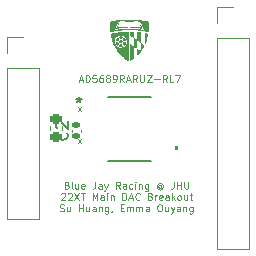
<source format=gto>
G04 #@! TF.GenerationSoftware,KiCad,Pcbnew,9.0.4*
G04 #@! TF.CreationDate,2025-12-19T23:39:26-05:00*
G04 #@! TF.ProjectId,AD5689RARUZ-RL7_breakboard,41443536-3839-4524-9152-555a2d524c37,rev?*
G04 #@! TF.SameCoordinates,Original*
G04 #@! TF.FileFunction,Legend,Top*
G04 #@! TF.FilePolarity,Positive*
%FSLAX46Y46*%
G04 Gerber Fmt 4.6, Leading zero omitted, Abs format (unit mm)*
G04 Created by KiCad (PCBNEW 9.0.4) date 2025-12-19 23:39:26*
%MOMM*%
%LPD*%
G01*
G04 APERTURE LIST*
G04 Aperture macros list*
%AMRoundRect*
0 Rectangle with rounded corners*
0 $1 Rounding radius*
0 $2 $3 $4 $5 $6 $7 $8 $9 X,Y pos of 4 corners*
0 Add a 4 corners polygon primitive as box body*
4,1,4,$2,$3,$4,$5,$6,$7,$8,$9,$2,$3,0*
0 Add four circle primitives for the rounded corners*
1,1,$1+$1,$2,$3*
1,1,$1+$1,$4,$5*
1,1,$1+$1,$6,$7*
1,1,$1+$1,$8,$9*
0 Add four rect primitives between the rounded corners*
20,1,$1+$1,$2,$3,$4,$5,0*
20,1,$1+$1,$4,$5,$6,$7,0*
20,1,$1+$1,$6,$7,$8,$9,0*
20,1,$1+$1,$8,$9,$2,$3,0*%
G04 Aperture macros list end*
%ADD10C,0.125000*%
%ADD11C,0.150000*%
%ADD12C,0.120000*%
%ADD13C,0.000000*%
%ADD14C,0.152400*%
%ADD15RoundRect,0.225000X0.250000X-0.225000X0.250000X0.225000X-0.250000X0.225000X-0.250000X-0.225000X0*%
%ADD16R,1.700000X1.700000*%
%ADD17C,1.700000*%
%ADD18RoundRect,0.140000X0.170000X-0.140000X0.170000X0.140000X-0.170000X0.140000X-0.170000X-0.140000X0*%
%ADD19R,1.473200X0.355600*%
G04 APERTURE END LIST*
D10*
X140369047Y-72224809D02*
X140630952Y-71891476D01*
X140369047Y-71891476D02*
X140630952Y-72224809D01*
X139457143Y-78490819D02*
X139542857Y-78519391D01*
X139542857Y-78519391D02*
X139571428Y-78547962D01*
X139571428Y-78547962D02*
X139600000Y-78605105D01*
X139600000Y-78605105D02*
X139600000Y-78690819D01*
X139600000Y-78690819D02*
X139571428Y-78747962D01*
X139571428Y-78747962D02*
X139542857Y-78776534D01*
X139542857Y-78776534D02*
X139485714Y-78805105D01*
X139485714Y-78805105D02*
X139257143Y-78805105D01*
X139257143Y-78805105D02*
X139257143Y-78205105D01*
X139257143Y-78205105D02*
X139457143Y-78205105D01*
X139457143Y-78205105D02*
X139514286Y-78233676D01*
X139514286Y-78233676D02*
X139542857Y-78262248D01*
X139542857Y-78262248D02*
X139571428Y-78319391D01*
X139571428Y-78319391D02*
X139571428Y-78376534D01*
X139571428Y-78376534D02*
X139542857Y-78433676D01*
X139542857Y-78433676D02*
X139514286Y-78462248D01*
X139514286Y-78462248D02*
X139457143Y-78490819D01*
X139457143Y-78490819D02*
X139257143Y-78490819D01*
X139942857Y-78805105D02*
X139885714Y-78776534D01*
X139885714Y-78776534D02*
X139857143Y-78719391D01*
X139857143Y-78719391D02*
X139857143Y-78205105D01*
X140428572Y-78405105D02*
X140428572Y-78805105D01*
X140171429Y-78405105D02*
X140171429Y-78719391D01*
X140171429Y-78719391D02*
X140200000Y-78776534D01*
X140200000Y-78776534D02*
X140257143Y-78805105D01*
X140257143Y-78805105D02*
X140342857Y-78805105D01*
X140342857Y-78805105D02*
X140400000Y-78776534D01*
X140400000Y-78776534D02*
X140428572Y-78747962D01*
X140942857Y-78776534D02*
X140885714Y-78805105D01*
X140885714Y-78805105D02*
X140771429Y-78805105D01*
X140771429Y-78805105D02*
X140714286Y-78776534D01*
X140714286Y-78776534D02*
X140685714Y-78719391D01*
X140685714Y-78719391D02*
X140685714Y-78490819D01*
X140685714Y-78490819D02*
X140714286Y-78433676D01*
X140714286Y-78433676D02*
X140771429Y-78405105D01*
X140771429Y-78405105D02*
X140885714Y-78405105D01*
X140885714Y-78405105D02*
X140942857Y-78433676D01*
X140942857Y-78433676D02*
X140971429Y-78490819D01*
X140971429Y-78490819D02*
X140971429Y-78547962D01*
X140971429Y-78547962D02*
X140685714Y-78605105D01*
X141857143Y-78205105D02*
X141857143Y-78633676D01*
X141857143Y-78633676D02*
X141828572Y-78719391D01*
X141828572Y-78719391D02*
X141771429Y-78776534D01*
X141771429Y-78776534D02*
X141685715Y-78805105D01*
X141685715Y-78805105D02*
X141628572Y-78805105D01*
X142400001Y-78805105D02*
X142400001Y-78490819D01*
X142400001Y-78490819D02*
X142371429Y-78433676D01*
X142371429Y-78433676D02*
X142314286Y-78405105D01*
X142314286Y-78405105D02*
X142200001Y-78405105D01*
X142200001Y-78405105D02*
X142142858Y-78433676D01*
X142400001Y-78776534D02*
X142342858Y-78805105D01*
X142342858Y-78805105D02*
X142200001Y-78805105D01*
X142200001Y-78805105D02*
X142142858Y-78776534D01*
X142142858Y-78776534D02*
X142114286Y-78719391D01*
X142114286Y-78719391D02*
X142114286Y-78662248D01*
X142114286Y-78662248D02*
X142142858Y-78605105D01*
X142142858Y-78605105D02*
X142200001Y-78576534D01*
X142200001Y-78576534D02*
X142342858Y-78576534D01*
X142342858Y-78576534D02*
X142400001Y-78547962D01*
X142628572Y-78405105D02*
X142771429Y-78805105D01*
X142914286Y-78405105D02*
X142771429Y-78805105D01*
X142771429Y-78805105D02*
X142714286Y-78947962D01*
X142714286Y-78947962D02*
X142685715Y-78976534D01*
X142685715Y-78976534D02*
X142628572Y-79005105D01*
X143942858Y-78805105D02*
X143742858Y-78519391D01*
X143600001Y-78805105D02*
X143600001Y-78205105D01*
X143600001Y-78205105D02*
X143828572Y-78205105D01*
X143828572Y-78205105D02*
X143885715Y-78233676D01*
X143885715Y-78233676D02*
X143914286Y-78262248D01*
X143914286Y-78262248D02*
X143942858Y-78319391D01*
X143942858Y-78319391D02*
X143942858Y-78405105D01*
X143942858Y-78405105D02*
X143914286Y-78462248D01*
X143914286Y-78462248D02*
X143885715Y-78490819D01*
X143885715Y-78490819D02*
X143828572Y-78519391D01*
X143828572Y-78519391D02*
X143600001Y-78519391D01*
X144457144Y-78805105D02*
X144457144Y-78490819D01*
X144457144Y-78490819D02*
X144428572Y-78433676D01*
X144428572Y-78433676D02*
X144371429Y-78405105D01*
X144371429Y-78405105D02*
X144257144Y-78405105D01*
X144257144Y-78405105D02*
X144200001Y-78433676D01*
X144457144Y-78776534D02*
X144400001Y-78805105D01*
X144400001Y-78805105D02*
X144257144Y-78805105D01*
X144257144Y-78805105D02*
X144200001Y-78776534D01*
X144200001Y-78776534D02*
X144171429Y-78719391D01*
X144171429Y-78719391D02*
X144171429Y-78662248D01*
X144171429Y-78662248D02*
X144200001Y-78605105D01*
X144200001Y-78605105D02*
X144257144Y-78576534D01*
X144257144Y-78576534D02*
X144400001Y-78576534D01*
X144400001Y-78576534D02*
X144457144Y-78547962D01*
X145000001Y-78776534D02*
X144942858Y-78805105D01*
X144942858Y-78805105D02*
X144828572Y-78805105D01*
X144828572Y-78805105D02*
X144771429Y-78776534D01*
X144771429Y-78776534D02*
X144742858Y-78747962D01*
X144742858Y-78747962D02*
X144714286Y-78690819D01*
X144714286Y-78690819D02*
X144714286Y-78519391D01*
X144714286Y-78519391D02*
X144742858Y-78462248D01*
X144742858Y-78462248D02*
X144771429Y-78433676D01*
X144771429Y-78433676D02*
X144828572Y-78405105D01*
X144828572Y-78405105D02*
X144942858Y-78405105D01*
X144942858Y-78405105D02*
X145000001Y-78433676D01*
X145257144Y-78805105D02*
X145257144Y-78405105D01*
X145257144Y-78205105D02*
X145228572Y-78233676D01*
X145228572Y-78233676D02*
X145257144Y-78262248D01*
X145257144Y-78262248D02*
X145285715Y-78233676D01*
X145285715Y-78233676D02*
X145257144Y-78205105D01*
X145257144Y-78205105D02*
X145257144Y-78262248D01*
X145542858Y-78405105D02*
X145542858Y-78805105D01*
X145542858Y-78462248D02*
X145571429Y-78433676D01*
X145571429Y-78433676D02*
X145628572Y-78405105D01*
X145628572Y-78405105D02*
X145714286Y-78405105D01*
X145714286Y-78405105D02*
X145771429Y-78433676D01*
X145771429Y-78433676D02*
X145800001Y-78490819D01*
X145800001Y-78490819D02*
X145800001Y-78805105D01*
X146342858Y-78405105D02*
X146342858Y-78890819D01*
X146342858Y-78890819D02*
X146314286Y-78947962D01*
X146314286Y-78947962D02*
X146285715Y-78976534D01*
X146285715Y-78976534D02*
X146228572Y-79005105D01*
X146228572Y-79005105D02*
X146142858Y-79005105D01*
X146142858Y-79005105D02*
X146085715Y-78976534D01*
X146342858Y-78776534D02*
X146285715Y-78805105D01*
X146285715Y-78805105D02*
X146171429Y-78805105D01*
X146171429Y-78805105D02*
X146114286Y-78776534D01*
X146114286Y-78776534D02*
X146085715Y-78747962D01*
X146085715Y-78747962D02*
X146057143Y-78690819D01*
X146057143Y-78690819D02*
X146057143Y-78519391D01*
X146057143Y-78519391D02*
X146085715Y-78462248D01*
X146085715Y-78462248D02*
X146114286Y-78433676D01*
X146114286Y-78433676D02*
X146171429Y-78405105D01*
X146171429Y-78405105D02*
X146285715Y-78405105D01*
X146285715Y-78405105D02*
X146342858Y-78433676D01*
X147457143Y-78519391D02*
X147428572Y-78490819D01*
X147428572Y-78490819D02*
X147371429Y-78462248D01*
X147371429Y-78462248D02*
X147314286Y-78462248D01*
X147314286Y-78462248D02*
X147257143Y-78490819D01*
X147257143Y-78490819D02*
X147228572Y-78519391D01*
X147228572Y-78519391D02*
X147200000Y-78576534D01*
X147200000Y-78576534D02*
X147200000Y-78633676D01*
X147200000Y-78633676D02*
X147228572Y-78690819D01*
X147228572Y-78690819D02*
X147257143Y-78719391D01*
X147257143Y-78719391D02*
X147314286Y-78747962D01*
X147314286Y-78747962D02*
X147371429Y-78747962D01*
X147371429Y-78747962D02*
X147428572Y-78719391D01*
X147428572Y-78719391D02*
X147457143Y-78690819D01*
X147457143Y-78462248D02*
X147457143Y-78690819D01*
X147457143Y-78690819D02*
X147485715Y-78719391D01*
X147485715Y-78719391D02*
X147514286Y-78719391D01*
X147514286Y-78719391D02*
X147571429Y-78690819D01*
X147571429Y-78690819D02*
X147600000Y-78633676D01*
X147600000Y-78633676D02*
X147600000Y-78490819D01*
X147600000Y-78490819D02*
X147542858Y-78405105D01*
X147542858Y-78405105D02*
X147457143Y-78347962D01*
X147457143Y-78347962D02*
X147342858Y-78319391D01*
X147342858Y-78319391D02*
X147228572Y-78347962D01*
X147228572Y-78347962D02*
X147142858Y-78405105D01*
X147142858Y-78405105D02*
X147085715Y-78490819D01*
X147085715Y-78490819D02*
X147057143Y-78605105D01*
X147057143Y-78605105D02*
X147085715Y-78719391D01*
X147085715Y-78719391D02*
X147142858Y-78805105D01*
X147142858Y-78805105D02*
X147228572Y-78862248D01*
X147228572Y-78862248D02*
X147342858Y-78890819D01*
X147342858Y-78890819D02*
X147457143Y-78862248D01*
X147457143Y-78862248D02*
X147542858Y-78805105D01*
X148485715Y-78205105D02*
X148485715Y-78633676D01*
X148485715Y-78633676D02*
X148457144Y-78719391D01*
X148457144Y-78719391D02*
X148400001Y-78776534D01*
X148400001Y-78776534D02*
X148314287Y-78805105D01*
X148314287Y-78805105D02*
X148257144Y-78805105D01*
X148771430Y-78805105D02*
X148771430Y-78205105D01*
X148771430Y-78490819D02*
X149114287Y-78490819D01*
X149114287Y-78805105D02*
X149114287Y-78205105D01*
X149400001Y-78205105D02*
X149400001Y-78690819D01*
X149400001Y-78690819D02*
X149428572Y-78747962D01*
X149428572Y-78747962D02*
X149457144Y-78776534D01*
X149457144Y-78776534D02*
X149514286Y-78805105D01*
X149514286Y-78805105D02*
X149628572Y-78805105D01*
X149628572Y-78805105D02*
X149685715Y-78776534D01*
X149685715Y-78776534D02*
X149714286Y-78747962D01*
X149714286Y-78747962D02*
X149742858Y-78690819D01*
X149742858Y-78690819D02*
X149742858Y-78205105D01*
X138985713Y-79228214D02*
X139014285Y-79199642D01*
X139014285Y-79199642D02*
X139071428Y-79171071D01*
X139071428Y-79171071D02*
X139214285Y-79171071D01*
X139214285Y-79171071D02*
X139271428Y-79199642D01*
X139271428Y-79199642D02*
X139299999Y-79228214D01*
X139299999Y-79228214D02*
X139328570Y-79285357D01*
X139328570Y-79285357D02*
X139328570Y-79342500D01*
X139328570Y-79342500D02*
X139299999Y-79428214D01*
X139299999Y-79428214D02*
X138957142Y-79771071D01*
X138957142Y-79771071D02*
X139328570Y-79771071D01*
X139557142Y-79228214D02*
X139585714Y-79199642D01*
X139585714Y-79199642D02*
X139642857Y-79171071D01*
X139642857Y-79171071D02*
X139785714Y-79171071D01*
X139785714Y-79171071D02*
X139842857Y-79199642D01*
X139842857Y-79199642D02*
X139871428Y-79228214D01*
X139871428Y-79228214D02*
X139899999Y-79285357D01*
X139899999Y-79285357D02*
X139899999Y-79342500D01*
X139899999Y-79342500D02*
X139871428Y-79428214D01*
X139871428Y-79428214D02*
X139528571Y-79771071D01*
X139528571Y-79771071D02*
X139899999Y-79771071D01*
X140100000Y-79171071D02*
X140500000Y-79771071D01*
X140500000Y-79171071D02*
X140100000Y-79771071D01*
X140642857Y-79171071D02*
X140985715Y-79171071D01*
X140814286Y-79771071D02*
X140814286Y-79171071D01*
X141642858Y-79771071D02*
X141642858Y-79171071D01*
X141642858Y-79171071D02*
X141842858Y-79599642D01*
X141842858Y-79599642D02*
X142042858Y-79171071D01*
X142042858Y-79171071D02*
X142042858Y-79771071D01*
X142585715Y-79771071D02*
X142585715Y-79456785D01*
X142585715Y-79456785D02*
X142557143Y-79399642D01*
X142557143Y-79399642D02*
X142500000Y-79371071D01*
X142500000Y-79371071D02*
X142385715Y-79371071D01*
X142385715Y-79371071D02*
X142328572Y-79399642D01*
X142585715Y-79742500D02*
X142528572Y-79771071D01*
X142528572Y-79771071D02*
X142385715Y-79771071D01*
X142385715Y-79771071D02*
X142328572Y-79742500D01*
X142328572Y-79742500D02*
X142300000Y-79685357D01*
X142300000Y-79685357D02*
X142300000Y-79628214D01*
X142300000Y-79628214D02*
X142328572Y-79571071D01*
X142328572Y-79571071D02*
X142385715Y-79542500D01*
X142385715Y-79542500D02*
X142528572Y-79542500D01*
X142528572Y-79542500D02*
X142585715Y-79513928D01*
X142871429Y-79771071D02*
X142871429Y-79371071D01*
X142871429Y-79171071D02*
X142842857Y-79199642D01*
X142842857Y-79199642D02*
X142871429Y-79228214D01*
X142871429Y-79228214D02*
X142900000Y-79199642D01*
X142900000Y-79199642D02*
X142871429Y-79171071D01*
X142871429Y-79171071D02*
X142871429Y-79228214D01*
X143157143Y-79371071D02*
X143157143Y-79771071D01*
X143157143Y-79428214D02*
X143185714Y-79399642D01*
X143185714Y-79399642D02*
X143242857Y-79371071D01*
X143242857Y-79371071D02*
X143328571Y-79371071D01*
X143328571Y-79371071D02*
X143385714Y-79399642D01*
X143385714Y-79399642D02*
X143414286Y-79456785D01*
X143414286Y-79456785D02*
X143414286Y-79771071D01*
X144157143Y-79771071D02*
X144157143Y-79171071D01*
X144157143Y-79171071D02*
X144300000Y-79171071D01*
X144300000Y-79171071D02*
X144385714Y-79199642D01*
X144385714Y-79199642D02*
X144442857Y-79256785D01*
X144442857Y-79256785D02*
X144471428Y-79313928D01*
X144471428Y-79313928D02*
X144500000Y-79428214D01*
X144500000Y-79428214D02*
X144500000Y-79513928D01*
X144500000Y-79513928D02*
X144471428Y-79628214D01*
X144471428Y-79628214D02*
X144442857Y-79685357D01*
X144442857Y-79685357D02*
X144385714Y-79742500D01*
X144385714Y-79742500D02*
X144300000Y-79771071D01*
X144300000Y-79771071D02*
X144157143Y-79771071D01*
X144728571Y-79599642D02*
X145014286Y-79599642D01*
X144671428Y-79771071D02*
X144871428Y-79171071D01*
X144871428Y-79171071D02*
X145071428Y-79771071D01*
X145614286Y-79713928D02*
X145585714Y-79742500D01*
X145585714Y-79742500D02*
X145500000Y-79771071D01*
X145500000Y-79771071D02*
X145442857Y-79771071D01*
X145442857Y-79771071D02*
X145357143Y-79742500D01*
X145357143Y-79742500D02*
X145300000Y-79685357D01*
X145300000Y-79685357D02*
X145271429Y-79628214D01*
X145271429Y-79628214D02*
X145242857Y-79513928D01*
X145242857Y-79513928D02*
X145242857Y-79428214D01*
X145242857Y-79428214D02*
X145271429Y-79313928D01*
X145271429Y-79313928D02*
X145300000Y-79256785D01*
X145300000Y-79256785D02*
X145357143Y-79199642D01*
X145357143Y-79199642D02*
X145442857Y-79171071D01*
X145442857Y-79171071D02*
X145500000Y-79171071D01*
X145500000Y-79171071D02*
X145585714Y-79199642D01*
X145585714Y-79199642D02*
X145614286Y-79228214D01*
X146528572Y-79456785D02*
X146614286Y-79485357D01*
X146614286Y-79485357D02*
X146642857Y-79513928D01*
X146642857Y-79513928D02*
X146671429Y-79571071D01*
X146671429Y-79571071D02*
X146671429Y-79656785D01*
X146671429Y-79656785D02*
X146642857Y-79713928D01*
X146642857Y-79713928D02*
X146614286Y-79742500D01*
X146614286Y-79742500D02*
X146557143Y-79771071D01*
X146557143Y-79771071D02*
X146328572Y-79771071D01*
X146328572Y-79771071D02*
X146328572Y-79171071D01*
X146328572Y-79171071D02*
X146528572Y-79171071D01*
X146528572Y-79171071D02*
X146585715Y-79199642D01*
X146585715Y-79199642D02*
X146614286Y-79228214D01*
X146614286Y-79228214D02*
X146642857Y-79285357D01*
X146642857Y-79285357D02*
X146642857Y-79342500D01*
X146642857Y-79342500D02*
X146614286Y-79399642D01*
X146614286Y-79399642D02*
X146585715Y-79428214D01*
X146585715Y-79428214D02*
X146528572Y-79456785D01*
X146528572Y-79456785D02*
X146328572Y-79456785D01*
X146928572Y-79771071D02*
X146928572Y-79371071D01*
X146928572Y-79485357D02*
X146957143Y-79428214D01*
X146957143Y-79428214D02*
X146985715Y-79399642D01*
X146985715Y-79399642D02*
X147042857Y-79371071D01*
X147042857Y-79371071D02*
X147100000Y-79371071D01*
X147528572Y-79742500D02*
X147471429Y-79771071D01*
X147471429Y-79771071D02*
X147357144Y-79771071D01*
X147357144Y-79771071D02*
X147300001Y-79742500D01*
X147300001Y-79742500D02*
X147271429Y-79685357D01*
X147271429Y-79685357D02*
X147271429Y-79456785D01*
X147271429Y-79456785D02*
X147300001Y-79399642D01*
X147300001Y-79399642D02*
X147357144Y-79371071D01*
X147357144Y-79371071D02*
X147471429Y-79371071D01*
X147471429Y-79371071D02*
X147528572Y-79399642D01*
X147528572Y-79399642D02*
X147557144Y-79456785D01*
X147557144Y-79456785D02*
X147557144Y-79513928D01*
X147557144Y-79513928D02*
X147271429Y-79571071D01*
X148071430Y-79771071D02*
X148071430Y-79456785D01*
X148071430Y-79456785D02*
X148042858Y-79399642D01*
X148042858Y-79399642D02*
X147985715Y-79371071D01*
X147985715Y-79371071D02*
X147871430Y-79371071D01*
X147871430Y-79371071D02*
X147814287Y-79399642D01*
X148071430Y-79742500D02*
X148014287Y-79771071D01*
X148014287Y-79771071D02*
X147871430Y-79771071D01*
X147871430Y-79771071D02*
X147814287Y-79742500D01*
X147814287Y-79742500D02*
X147785715Y-79685357D01*
X147785715Y-79685357D02*
X147785715Y-79628214D01*
X147785715Y-79628214D02*
X147814287Y-79571071D01*
X147814287Y-79571071D02*
X147871430Y-79542500D01*
X147871430Y-79542500D02*
X148014287Y-79542500D01*
X148014287Y-79542500D02*
X148071430Y-79513928D01*
X148357144Y-79771071D02*
X148357144Y-79171071D01*
X148414287Y-79542500D02*
X148585715Y-79771071D01*
X148585715Y-79371071D02*
X148357144Y-79599642D01*
X148928572Y-79771071D02*
X148871429Y-79742500D01*
X148871429Y-79742500D02*
X148842858Y-79713928D01*
X148842858Y-79713928D02*
X148814286Y-79656785D01*
X148814286Y-79656785D02*
X148814286Y-79485357D01*
X148814286Y-79485357D02*
X148842858Y-79428214D01*
X148842858Y-79428214D02*
X148871429Y-79399642D01*
X148871429Y-79399642D02*
X148928572Y-79371071D01*
X148928572Y-79371071D02*
X149014286Y-79371071D01*
X149014286Y-79371071D02*
X149071429Y-79399642D01*
X149071429Y-79399642D02*
X149100001Y-79428214D01*
X149100001Y-79428214D02*
X149128572Y-79485357D01*
X149128572Y-79485357D02*
X149128572Y-79656785D01*
X149128572Y-79656785D02*
X149100001Y-79713928D01*
X149100001Y-79713928D02*
X149071429Y-79742500D01*
X149071429Y-79742500D02*
X149014286Y-79771071D01*
X149014286Y-79771071D02*
X148928572Y-79771071D01*
X149642858Y-79371071D02*
X149642858Y-79771071D01*
X149385715Y-79371071D02*
X149385715Y-79685357D01*
X149385715Y-79685357D02*
X149414286Y-79742500D01*
X149414286Y-79742500D02*
X149471429Y-79771071D01*
X149471429Y-79771071D02*
X149557143Y-79771071D01*
X149557143Y-79771071D02*
X149614286Y-79742500D01*
X149614286Y-79742500D02*
X149642858Y-79713928D01*
X149842857Y-79371071D02*
X150071429Y-79371071D01*
X149928572Y-79171071D02*
X149928572Y-79685357D01*
X149928572Y-79685357D02*
X149957143Y-79742500D01*
X149957143Y-79742500D02*
X150014286Y-79771071D01*
X150014286Y-79771071D02*
X150071429Y-79771071D01*
X138857143Y-80708466D02*
X138942858Y-80737037D01*
X138942858Y-80737037D02*
X139085715Y-80737037D01*
X139085715Y-80737037D02*
X139142858Y-80708466D01*
X139142858Y-80708466D02*
X139171429Y-80679894D01*
X139171429Y-80679894D02*
X139200000Y-80622751D01*
X139200000Y-80622751D02*
X139200000Y-80565608D01*
X139200000Y-80565608D02*
X139171429Y-80508466D01*
X139171429Y-80508466D02*
X139142858Y-80479894D01*
X139142858Y-80479894D02*
X139085715Y-80451323D01*
X139085715Y-80451323D02*
X138971429Y-80422751D01*
X138971429Y-80422751D02*
X138914286Y-80394180D01*
X138914286Y-80394180D02*
X138885715Y-80365608D01*
X138885715Y-80365608D02*
X138857143Y-80308466D01*
X138857143Y-80308466D02*
X138857143Y-80251323D01*
X138857143Y-80251323D02*
X138885715Y-80194180D01*
X138885715Y-80194180D02*
X138914286Y-80165608D01*
X138914286Y-80165608D02*
X138971429Y-80137037D01*
X138971429Y-80137037D02*
X139114286Y-80137037D01*
X139114286Y-80137037D02*
X139200000Y-80165608D01*
X139714287Y-80337037D02*
X139714287Y-80737037D01*
X139457144Y-80337037D02*
X139457144Y-80651323D01*
X139457144Y-80651323D02*
X139485715Y-80708466D01*
X139485715Y-80708466D02*
X139542858Y-80737037D01*
X139542858Y-80737037D02*
X139628572Y-80737037D01*
X139628572Y-80737037D02*
X139685715Y-80708466D01*
X139685715Y-80708466D02*
X139714287Y-80679894D01*
X140457144Y-80737037D02*
X140457144Y-80137037D01*
X140457144Y-80422751D02*
X140800001Y-80422751D01*
X140800001Y-80737037D02*
X140800001Y-80137037D01*
X141342858Y-80337037D02*
X141342858Y-80737037D01*
X141085715Y-80337037D02*
X141085715Y-80651323D01*
X141085715Y-80651323D02*
X141114286Y-80708466D01*
X141114286Y-80708466D02*
X141171429Y-80737037D01*
X141171429Y-80737037D02*
X141257143Y-80737037D01*
X141257143Y-80737037D02*
X141314286Y-80708466D01*
X141314286Y-80708466D02*
X141342858Y-80679894D01*
X141885715Y-80737037D02*
X141885715Y-80422751D01*
X141885715Y-80422751D02*
X141857143Y-80365608D01*
X141857143Y-80365608D02*
X141800000Y-80337037D01*
X141800000Y-80337037D02*
X141685715Y-80337037D01*
X141685715Y-80337037D02*
X141628572Y-80365608D01*
X141885715Y-80708466D02*
X141828572Y-80737037D01*
X141828572Y-80737037D02*
X141685715Y-80737037D01*
X141685715Y-80737037D02*
X141628572Y-80708466D01*
X141628572Y-80708466D02*
X141600000Y-80651323D01*
X141600000Y-80651323D02*
X141600000Y-80594180D01*
X141600000Y-80594180D02*
X141628572Y-80537037D01*
X141628572Y-80537037D02*
X141685715Y-80508466D01*
X141685715Y-80508466D02*
X141828572Y-80508466D01*
X141828572Y-80508466D02*
X141885715Y-80479894D01*
X142171429Y-80337037D02*
X142171429Y-80737037D01*
X142171429Y-80394180D02*
X142200000Y-80365608D01*
X142200000Y-80365608D02*
X142257143Y-80337037D01*
X142257143Y-80337037D02*
X142342857Y-80337037D01*
X142342857Y-80337037D02*
X142400000Y-80365608D01*
X142400000Y-80365608D02*
X142428572Y-80422751D01*
X142428572Y-80422751D02*
X142428572Y-80737037D01*
X142971429Y-80337037D02*
X142971429Y-80822751D01*
X142971429Y-80822751D02*
X142942857Y-80879894D01*
X142942857Y-80879894D02*
X142914286Y-80908466D01*
X142914286Y-80908466D02*
X142857143Y-80937037D01*
X142857143Y-80937037D02*
X142771429Y-80937037D01*
X142771429Y-80937037D02*
X142714286Y-80908466D01*
X142971429Y-80708466D02*
X142914286Y-80737037D01*
X142914286Y-80737037D02*
X142800000Y-80737037D01*
X142800000Y-80737037D02*
X142742857Y-80708466D01*
X142742857Y-80708466D02*
X142714286Y-80679894D01*
X142714286Y-80679894D02*
X142685714Y-80622751D01*
X142685714Y-80622751D02*
X142685714Y-80451323D01*
X142685714Y-80451323D02*
X142714286Y-80394180D01*
X142714286Y-80394180D02*
X142742857Y-80365608D01*
X142742857Y-80365608D02*
X142800000Y-80337037D01*
X142800000Y-80337037D02*
X142914286Y-80337037D01*
X142914286Y-80337037D02*
X142971429Y-80365608D01*
X143285714Y-80708466D02*
X143285714Y-80737037D01*
X143285714Y-80737037D02*
X143257143Y-80794180D01*
X143257143Y-80794180D02*
X143228571Y-80822751D01*
X144000000Y-80422751D02*
X144200000Y-80422751D01*
X144285714Y-80737037D02*
X144000000Y-80737037D01*
X144000000Y-80737037D02*
X144000000Y-80137037D01*
X144000000Y-80137037D02*
X144285714Y-80137037D01*
X144542857Y-80737037D02*
X144542857Y-80337037D01*
X144542857Y-80394180D02*
X144571428Y-80365608D01*
X144571428Y-80365608D02*
X144628571Y-80337037D01*
X144628571Y-80337037D02*
X144714285Y-80337037D01*
X144714285Y-80337037D02*
X144771428Y-80365608D01*
X144771428Y-80365608D02*
X144800000Y-80422751D01*
X144800000Y-80422751D02*
X144800000Y-80737037D01*
X144800000Y-80422751D02*
X144828571Y-80365608D01*
X144828571Y-80365608D02*
X144885714Y-80337037D01*
X144885714Y-80337037D02*
X144971428Y-80337037D01*
X144971428Y-80337037D02*
X145028571Y-80365608D01*
X145028571Y-80365608D02*
X145057142Y-80422751D01*
X145057142Y-80422751D02*
X145057142Y-80737037D01*
X145342857Y-80737037D02*
X145342857Y-80337037D01*
X145342857Y-80394180D02*
X145371428Y-80365608D01*
X145371428Y-80365608D02*
X145428571Y-80337037D01*
X145428571Y-80337037D02*
X145514285Y-80337037D01*
X145514285Y-80337037D02*
X145571428Y-80365608D01*
X145571428Y-80365608D02*
X145600000Y-80422751D01*
X145600000Y-80422751D02*
X145600000Y-80737037D01*
X145600000Y-80422751D02*
X145628571Y-80365608D01*
X145628571Y-80365608D02*
X145685714Y-80337037D01*
X145685714Y-80337037D02*
X145771428Y-80337037D01*
X145771428Y-80337037D02*
X145828571Y-80365608D01*
X145828571Y-80365608D02*
X145857142Y-80422751D01*
X145857142Y-80422751D02*
X145857142Y-80737037D01*
X146400000Y-80737037D02*
X146400000Y-80422751D01*
X146400000Y-80422751D02*
X146371428Y-80365608D01*
X146371428Y-80365608D02*
X146314285Y-80337037D01*
X146314285Y-80337037D02*
X146200000Y-80337037D01*
X146200000Y-80337037D02*
X146142857Y-80365608D01*
X146400000Y-80708466D02*
X146342857Y-80737037D01*
X146342857Y-80737037D02*
X146200000Y-80737037D01*
X146200000Y-80737037D02*
X146142857Y-80708466D01*
X146142857Y-80708466D02*
X146114285Y-80651323D01*
X146114285Y-80651323D02*
X146114285Y-80594180D01*
X146114285Y-80594180D02*
X146142857Y-80537037D01*
X146142857Y-80537037D02*
X146200000Y-80508466D01*
X146200000Y-80508466D02*
X146342857Y-80508466D01*
X146342857Y-80508466D02*
X146400000Y-80479894D01*
X147257142Y-80137037D02*
X147371428Y-80137037D01*
X147371428Y-80137037D02*
X147428571Y-80165608D01*
X147428571Y-80165608D02*
X147485714Y-80222751D01*
X147485714Y-80222751D02*
X147514285Y-80337037D01*
X147514285Y-80337037D02*
X147514285Y-80537037D01*
X147514285Y-80537037D02*
X147485714Y-80651323D01*
X147485714Y-80651323D02*
X147428571Y-80708466D01*
X147428571Y-80708466D02*
X147371428Y-80737037D01*
X147371428Y-80737037D02*
X147257142Y-80737037D01*
X147257142Y-80737037D02*
X147200000Y-80708466D01*
X147200000Y-80708466D02*
X147142857Y-80651323D01*
X147142857Y-80651323D02*
X147114285Y-80537037D01*
X147114285Y-80537037D02*
X147114285Y-80337037D01*
X147114285Y-80337037D02*
X147142857Y-80222751D01*
X147142857Y-80222751D02*
X147200000Y-80165608D01*
X147200000Y-80165608D02*
X147257142Y-80137037D01*
X148028571Y-80337037D02*
X148028571Y-80737037D01*
X147771428Y-80337037D02*
X147771428Y-80651323D01*
X147771428Y-80651323D02*
X147799999Y-80708466D01*
X147799999Y-80708466D02*
X147857142Y-80737037D01*
X147857142Y-80737037D02*
X147942856Y-80737037D01*
X147942856Y-80737037D02*
X147999999Y-80708466D01*
X147999999Y-80708466D02*
X148028571Y-80679894D01*
X148257142Y-80337037D02*
X148399999Y-80737037D01*
X148542856Y-80337037D02*
X148399999Y-80737037D01*
X148399999Y-80737037D02*
X148342856Y-80879894D01*
X148342856Y-80879894D02*
X148314285Y-80908466D01*
X148314285Y-80908466D02*
X148257142Y-80937037D01*
X149028571Y-80737037D02*
X149028571Y-80422751D01*
X149028571Y-80422751D02*
X148999999Y-80365608D01*
X148999999Y-80365608D02*
X148942856Y-80337037D01*
X148942856Y-80337037D02*
X148828571Y-80337037D01*
X148828571Y-80337037D02*
X148771428Y-80365608D01*
X149028571Y-80708466D02*
X148971428Y-80737037D01*
X148971428Y-80737037D02*
X148828571Y-80737037D01*
X148828571Y-80737037D02*
X148771428Y-80708466D01*
X148771428Y-80708466D02*
X148742856Y-80651323D01*
X148742856Y-80651323D02*
X148742856Y-80594180D01*
X148742856Y-80594180D02*
X148771428Y-80537037D01*
X148771428Y-80537037D02*
X148828571Y-80508466D01*
X148828571Y-80508466D02*
X148971428Y-80508466D01*
X148971428Y-80508466D02*
X149028571Y-80479894D01*
X149314285Y-80337037D02*
X149314285Y-80737037D01*
X149314285Y-80394180D02*
X149342856Y-80365608D01*
X149342856Y-80365608D02*
X149399999Y-80337037D01*
X149399999Y-80337037D02*
X149485713Y-80337037D01*
X149485713Y-80337037D02*
X149542856Y-80365608D01*
X149542856Y-80365608D02*
X149571428Y-80422751D01*
X149571428Y-80422751D02*
X149571428Y-80737037D01*
X150114285Y-80337037D02*
X150114285Y-80822751D01*
X150114285Y-80822751D02*
X150085713Y-80879894D01*
X150085713Y-80879894D02*
X150057142Y-80908466D01*
X150057142Y-80908466D02*
X149999999Y-80937037D01*
X149999999Y-80937037D02*
X149914285Y-80937037D01*
X149914285Y-80937037D02*
X149857142Y-80908466D01*
X150114285Y-80708466D02*
X150057142Y-80737037D01*
X150057142Y-80737037D02*
X149942856Y-80737037D01*
X149942856Y-80737037D02*
X149885713Y-80708466D01*
X149885713Y-80708466D02*
X149857142Y-80679894D01*
X149857142Y-80679894D02*
X149828570Y-80622751D01*
X149828570Y-80622751D02*
X149828570Y-80451323D01*
X149828570Y-80451323D02*
X149857142Y-80394180D01*
X149857142Y-80394180D02*
X149885713Y-80365608D01*
X149885713Y-80365608D02*
X149942856Y-80337037D01*
X149942856Y-80337037D02*
X150057142Y-80337037D01*
X150057142Y-80337037D02*
X150114285Y-80365608D01*
X140369047Y-74974809D02*
X140630952Y-74641476D01*
X140369047Y-74641476D02*
X140630952Y-74974809D01*
X140507141Y-69599642D02*
X140792856Y-69599642D01*
X140449998Y-69771071D02*
X140649998Y-69171071D01*
X140649998Y-69171071D02*
X140849998Y-69771071D01*
X141049999Y-69771071D02*
X141049999Y-69171071D01*
X141049999Y-69171071D02*
X141192856Y-69171071D01*
X141192856Y-69171071D02*
X141278570Y-69199642D01*
X141278570Y-69199642D02*
X141335713Y-69256785D01*
X141335713Y-69256785D02*
X141364284Y-69313928D01*
X141364284Y-69313928D02*
X141392856Y-69428214D01*
X141392856Y-69428214D02*
X141392856Y-69513928D01*
X141392856Y-69513928D02*
X141364284Y-69628214D01*
X141364284Y-69628214D02*
X141335713Y-69685357D01*
X141335713Y-69685357D02*
X141278570Y-69742500D01*
X141278570Y-69742500D02*
X141192856Y-69771071D01*
X141192856Y-69771071D02*
X141049999Y-69771071D01*
X141935713Y-69171071D02*
X141649999Y-69171071D01*
X141649999Y-69171071D02*
X141621427Y-69456785D01*
X141621427Y-69456785D02*
X141649999Y-69428214D01*
X141649999Y-69428214D02*
X141707142Y-69399642D01*
X141707142Y-69399642D02*
X141849999Y-69399642D01*
X141849999Y-69399642D02*
X141907142Y-69428214D01*
X141907142Y-69428214D02*
X141935713Y-69456785D01*
X141935713Y-69456785D02*
X141964284Y-69513928D01*
X141964284Y-69513928D02*
X141964284Y-69656785D01*
X141964284Y-69656785D02*
X141935713Y-69713928D01*
X141935713Y-69713928D02*
X141907142Y-69742500D01*
X141907142Y-69742500D02*
X141849999Y-69771071D01*
X141849999Y-69771071D02*
X141707142Y-69771071D01*
X141707142Y-69771071D02*
X141649999Y-69742500D01*
X141649999Y-69742500D02*
X141621427Y-69713928D01*
X142478571Y-69171071D02*
X142364285Y-69171071D01*
X142364285Y-69171071D02*
X142307142Y-69199642D01*
X142307142Y-69199642D02*
X142278571Y-69228214D01*
X142278571Y-69228214D02*
X142221428Y-69313928D01*
X142221428Y-69313928D02*
X142192856Y-69428214D01*
X142192856Y-69428214D02*
X142192856Y-69656785D01*
X142192856Y-69656785D02*
X142221428Y-69713928D01*
X142221428Y-69713928D02*
X142249999Y-69742500D01*
X142249999Y-69742500D02*
X142307142Y-69771071D01*
X142307142Y-69771071D02*
X142421428Y-69771071D01*
X142421428Y-69771071D02*
X142478571Y-69742500D01*
X142478571Y-69742500D02*
X142507142Y-69713928D01*
X142507142Y-69713928D02*
X142535713Y-69656785D01*
X142535713Y-69656785D02*
X142535713Y-69513928D01*
X142535713Y-69513928D02*
X142507142Y-69456785D01*
X142507142Y-69456785D02*
X142478571Y-69428214D01*
X142478571Y-69428214D02*
X142421428Y-69399642D01*
X142421428Y-69399642D02*
X142307142Y-69399642D01*
X142307142Y-69399642D02*
X142249999Y-69428214D01*
X142249999Y-69428214D02*
X142221428Y-69456785D01*
X142221428Y-69456785D02*
X142192856Y-69513928D01*
X142878571Y-69428214D02*
X142821428Y-69399642D01*
X142821428Y-69399642D02*
X142792857Y-69371071D01*
X142792857Y-69371071D02*
X142764285Y-69313928D01*
X142764285Y-69313928D02*
X142764285Y-69285357D01*
X142764285Y-69285357D02*
X142792857Y-69228214D01*
X142792857Y-69228214D02*
X142821428Y-69199642D01*
X142821428Y-69199642D02*
X142878571Y-69171071D01*
X142878571Y-69171071D02*
X142992857Y-69171071D01*
X142992857Y-69171071D02*
X143050000Y-69199642D01*
X143050000Y-69199642D02*
X143078571Y-69228214D01*
X143078571Y-69228214D02*
X143107142Y-69285357D01*
X143107142Y-69285357D02*
X143107142Y-69313928D01*
X143107142Y-69313928D02*
X143078571Y-69371071D01*
X143078571Y-69371071D02*
X143050000Y-69399642D01*
X143050000Y-69399642D02*
X142992857Y-69428214D01*
X142992857Y-69428214D02*
X142878571Y-69428214D01*
X142878571Y-69428214D02*
X142821428Y-69456785D01*
X142821428Y-69456785D02*
X142792857Y-69485357D01*
X142792857Y-69485357D02*
X142764285Y-69542500D01*
X142764285Y-69542500D02*
X142764285Y-69656785D01*
X142764285Y-69656785D02*
X142792857Y-69713928D01*
X142792857Y-69713928D02*
X142821428Y-69742500D01*
X142821428Y-69742500D02*
X142878571Y-69771071D01*
X142878571Y-69771071D02*
X142992857Y-69771071D01*
X142992857Y-69771071D02*
X143050000Y-69742500D01*
X143050000Y-69742500D02*
X143078571Y-69713928D01*
X143078571Y-69713928D02*
X143107142Y-69656785D01*
X143107142Y-69656785D02*
X143107142Y-69542500D01*
X143107142Y-69542500D02*
X143078571Y-69485357D01*
X143078571Y-69485357D02*
X143050000Y-69456785D01*
X143050000Y-69456785D02*
X142992857Y-69428214D01*
X143392857Y-69771071D02*
X143507143Y-69771071D01*
X143507143Y-69771071D02*
X143564286Y-69742500D01*
X143564286Y-69742500D02*
X143592857Y-69713928D01*
X143592857Y-69713928D02*
X143650000Y-69628214D01*
X143650000Y-69628214D02*
X143678571Y-69513928D01*
X143678571Y-69513928D02*
X143678571Y-69285357D01*
X143678571Y-69285357D02*
X143650000Y-69228214D01*
X143650000Y-69228214D02*
X143621429Y-69199642D01*
X143621429Y-69199642D02*
X143564286Y-69171071D01*
X143564286Y-69171071D02*
X143450000Y-69171071D01*
X143450000Y-69171071D02*
X143392857Y-69199642D01*
X143392857Y-69199642D02*
X143364286Y-69228214D01*
X143364286Y-69228214D02*
X143335714Y-69285357D01*
X143335714Y-69285357D02*
X143335714Y-69428214D01*
X143335714Y-69428214D02*
X143364286Y-69485357D01*
X143364286Y-69485357D02*
X143392857Y-69513928D01*
X143392857Y-69513928D02*
X143450000Y-69542500D01*
X143450000Y-69542500D02*
X143564286Y-69542500D01*
X143564286Y-69542500D02*
X143621429Y-69513928D01*
X143621429Y-69513928D02*
X143650000Y-69485357D01*
X143650000Y-69485357D02*
X143678571Y-69428214D01*
X144278572Y-69771071D02*
X144078572Y-69485357D01*
X143935715Y-69771071D02*
X143935715Y-69171071D01*
X143935715Y-69171071D02*
X144164286Y-69171071D01*
X144164286Y-69171071D02*
X144221429Y-69199642D01*
X144221429Y-69199642D02*
X144250000Y-69228214D01*
X144250000Y-69228214D02*
X144278572Y-69285357D01*
X144278572Y-69285357D02*
X144278572Y-69371071D01*
X144278572Y-69371071D02*
X144250000Y-69428214D01*
X144250000Y-69428214D02*
X144221429Y-69456785D01*
X144221429Y-69456785D02*
X144164286Y-69485357D01*
X144164286Y-69485357D02*
X143935715Y-69485357D01*
X144507143Y-69599642D02*
X144792858Y-69599642D01*
X144450000Y-69771071D02*
X144650000Y-69171071D01*
X144650000Y-69171071D02*
X144850000Y-69771071D01*
X145392858Y-69771071D02*
X145192858Y-69485357D01*
X145050001Y-69771071D02*
X145050001Y-69171071D01*
X145050001Y-69171071D02*
X145278572Y-69171071D01*
X145278572Y-69171071D02*
X145335715Y-69199642D01*
X145335715Y-69199642D02*
X145364286Y-69228214D01*
X145364286Y-69228214D02*
X145392858Y-69285357D01*
X145392858Y-69285357D02*
X145392858Y-69371071D01*
X145392858Y-69371071D02*
X145364286Y-69428214D01*
X145364286Y-69428214D02*
X145335715Y-69456785D01*
X145335715Y-69456785D02*
X145278572Y-69485357D01*
X145278572Y-69485357D02*
X145050001Y-69485357D01*
X145650001Y-69171071D02*
X145650001Y-69656785D01*
X145650001Y-69656785D02*
X145678572Y-69713928D01*
X145678572Y-69713928D02*
X145707144Y-69742500D01*
X145707144Y-69742500D02*
X145764286Y-69771071D01*
X145764286Y-69771071D02*
X145878572Y-69771071D01*
X145878572Y-69771071D02*
X145935715Y-69742500D01*
X145935715Y-69742500D02*
X145964286Y-69713928D01*
X145964286Y-69713928D02*
X145992858Y-69656785D01*
X145992858Y-69656785D02*
X145992858Y-69171071D01*
X146221429Y-69171071D02*
X146621429Y-69171071D01*
X146621429Y-69171071D02*
X146221429Y-69771071D01*
X146221429Y-69771071D02*
X146621429Y-69771071D01*
X146850001Y-69542500D02*
X147307144Y-69542500D01*
X147935715Y-69771071D02*
X147735715Y-69485357D01*
X147592858Y-69771071D02*
X147592858Y-69171071D01*
X147592858Y-69171071D02*
X147821429Y-69171071D01*
X147821429Y-69171071D02*
X147878572Y-69199642D01*
X147878572Y-69199642D02*
X147907143Y-69228214D01*
X147907143Y-69228214D02*
X147935715Y-69285357D01*
X147935715Y-69285357D02*
X147935715Y-69371071D01*
X147935715Y-69371071D02*
X147907143Y-69428214D01*
X147907143Y-69428214D02*
X147878572Y-69456785D01*
X147878572Y-69456785D02*
X147821429Y-69485357D01*
X147821429Y-69485357D02*
X147592858Y-69485357D01*
X148478572Y-69771071D02*
X148192858Y-69771071D01*
X148192858Y-69771071D02*
X148192858Y-69171071D01*
X148621429Y-69171071D02*
X149021429Y-69171071D01*
X149021429Y-69171071D02*
X148764286Y-69771071D01*
D11*
X139449580Y-74071666D02*
X139497200Y-74119285D01*
X139497200Y-74119285D02*
X139544819Y-74262142D01*
X139544819Y-74262142D02*
X139544819Y-74357380D01*
X139544819Y-74357380D02*
X139497200Y-74500237D01*
X139497200Y-74500237D02*
X139401961Y-74595475D01*
X139401961Y-74595475D02*
X139306723Y-74643094D01*
X139306723Y-74643094D02*
X139116247Y-74690713D01*
X139116247Y-74690713D02*
X138973390Y-74690713D01*
X138973390Y-74690713D02*
X138782914Y-74643094D01*
X138782914Y-74643094D02*
X138687676Y-74595475D01*
X138687676Y-74595475D02*
X138592438Y-74500237D01*
X138592438Y-74500237D02*
X138544819Y-74357380D01*
X138544819Y-74357380D02*
X138544819Y-74262142D01*
X138544819Y-74262142D02*
X138592438Y-74119285D01*
X138592438Y-74119285D02*
X138640057Y-74071666D01*
X138640057Y-73690713D02*
X138592438Y-73643094D01*
X138592438Y-73643094D02*
X138544819Y-73547856D01*
X138544819Y-73547856D02*
X138544819Y-73309761D01*
X138544819Y-73309761D02*
X138592438Y-73214523D01*
X138592438Y-73214523D02*
X138640057Y-73166904D01*
X138640057Y-73166904D02*
X138735295Y-73119285D01*
X138735295Y-73119285D02*
X138830533Y-73119285D01*
X138830533Y-73119285D02*
X138973390Y-73166904D01*
X138973390Y-73166904D02*
X139544819Y-73738332D01*
X139544819Y-73738332D02*
X139544819Y-73119285D01*
X140460600Y-71049820D02*
X140460600Y-71287915D01*
X140222505Y-71192677D02*
X140460600Y-71287915D01*
X140460600Y-71287915D02*
X140698695Y-71192677D01*
X140317743Y-71478391D02*
X140460600Y-71287915D01*
X140460600Y-71287915D02*
X140603457Y-71478391D01*
D12*
X137990000Y-73800580D02*
X137990000Y-73519420D01*
X139010000Y-73800580D02*
X139010000Y-73519420D01*
D13*
G36*
X144887444Y-65526710D02*
G01*
X144916161Y-65527401D01*
X144945180Y-65528202D01*
X144975241Y-65529140D01*
X145007089Y-65530239D01*
X145041466Y-65531523D01*
X145079115Y-65533018D01*
X145091221Y-65533514D01*
X145125715Y-65534935D01*
X145125715Y-65799303D01*
X145125702Y-65832385D01*
X145125666Y-65864269D01*
X145125607Y-65894703D01*
X145125527Y-65923432D01*
X145125428Y-65950204D01*
X145125311Y-65974764D01*
X145125177Y-65996860D01*
X145125029Y-66016237D01*
X145124868Y-66032644D01*
X145124694Y-66045825D01*
X145124511Y-66055527D01*
X145124319Y-66061498D01*
X145124123Y-66063485D01*
X145122154Y-66062310D01*
X145116913Y-66058959D01*
X145108658Y-66053602D01*
X145097651Y-66046410D01*
X145084152Y-66037555D01*
X145068420Y-66027206D01*
X145050716Y-66015536D01*
X145031300Y-66002716D01*
X145010432Y-65988916D01*
X144988373Y-65974307D01*
X144972351Y-65963685D01*
X144822171Y-65864071D01*
X144822171Y-65694663D01*
X144822171Y-65525254D01*
X144887444Y-65526710D01*
G37*
G36*
X144034314Y-66214529D02*
G01*
X144056185Y-66216603D01*
X144075530Y-66221124D01*
X144093195Y-66228470D01*
X144110027Y-66239021D01*
X144126870Y-66253155D01*
X144132372Y-66258469D01*
X144148725Y-66277221D01*
X144161064Y-66297124D01*
X144169526Y-66318509D01*
X144174248Y-66341704D01*
X144175425Y-66362221D01*
X144174674Y-66380142D01*
X144172160Y-66395966D01*
X144167490Y-66411353D01*
X144160271Y-66427967D01*
X144159566Y-66429411D01*
X144147651Y-66449022D01*
X144132334Y-66466829D01*
X144114274Y-66482260D01*
X144094131Y-66494743D01*
X144074778Y-66502980D01*
X144058681Y-66507077D01*
X144040478Y-66509506D01*
X144021661Y-66510209D01*
X144003719Y-66509128D01*
X143988726Y-66506362D01*
X143965551Y-66498025D01*
X143944425Y-66486263D01*
X143925651Y-66471465D01*
X143909529Y-66454021D01*
X143896363Y-66434319D01*
X143886452Y-66412749D01*
X143880099Y-66389700D01*
X143877604Y-66365563D01*
X143877578Y-66362829D01*
X143879604Y-66337647D01*
X143885552Y-66313813D01*
X143895228Y-66291640D01*
X143908436Y-66271441D01*
X143924982Y-66253529D01*
X143944672Y-66238218D01*
X143960815Y-66228914D01*
X143977414Y-66221685D01*
X143993870Y-66217027D01*
X144011458Y-66214690D01*
X144031453Y-66214423D01*
X144034314Y-66214529D01*
G37*
G36*
X144382971Y-66398060D02*
G01*
X144399726Y-66400108D01*
X144412494Y-66403371D01*
X144426405Y-66410318D01*
X144439185Y-66420564D01*
X144449956Y-66433181D01*
X144457841Y-66447241D01*
X144460231Y-66453849D01*
X144462870Y-66466716D01*
X144463215Y-66480434D01*
X144461173Y-66495513D01*
X144456649Y-66512464D01*
X144449551Y-66531797D01*
X144443200Y-66546576D01*
X144433763Y-66566065D01*
X144422946Y-66585887D01*
X144411175Y-66605426D01*
X144398873Y-66624065D01*
X144386466Y-66641186D01*
X144374380Y-66656172D01*
X144363039Y-66668404D01*
X144353632Y-66676693D01*
X144339758Y-66685028D01*
X144324067Y-66690716D01*
X144307814Y-66693449D01*
X144292254Y-66692919D01*
X144289475Y-66692423D01*
X144272845Y-66686863D01*
X144257406Y-66677242D01*
X144243165Y-66663565D01*
X144230127Y-66645839D01*
X144225988Y-66638922D01*
X144211738Y-66611095D01*
X144201192Y-66584306D01*
X144194322Y-66558701D01*
X144191101Y-66534425D01*
X144191503Y-66511626D01*
X144195499Y-66490447D01*
X144203064Y-66471035D01*
X144214170Y-66453535D01*
X144228789Y-66438094D01*
X144246895Y-66424856D01*
X144267801Y-66414244D01*
X144284238Y-66408495D01*
X144302978Y-66403877D01*
X144323122Y-66400456D01*
X144343769Y-66398301D01*
X144364019Y-66397480D01*
X144382971Y-66398060D01*
G37*
G36*
X144053975Y-66573466D02*
G01*
X144074771Y-66580885D01*
X144092554Y-66590794D01*
X144107773Y-66602329D01*
X144123204Y-66616833D01*
X144138207Y-66633473D01*
X144152137Y-66651418D01*
X144164353Y-66669835D01*
X144174211Y-66687890D01*
X144181068Y-66704750D01*
X144181448Y-66705961D01*
X144184983Y-66724055D01*
X144184527Y-66741524D01*
X144180327Y-66757957D01*
X144172632Y-66772941D01*
X144161691Y-66786065D01*
X144147752Y-66796916D01*
X144131064Y-66805084D01*
X144119537Y-66808597D01*
X144105980Y-66811225D01*
X144089215Y-66813459D01*
X144070268Y-66815245D01*
X144050163Y-66816524D01*
X144029925Y-66817241D01*
X144010579Y-66817341D01*
X143993148Y-66816766D01*
X143983712Y-66816042D01*
X143972514Y-66814679D01*
X143959975Y-66812745D01*
X143947333Y-66810472D01*
X143935825Y-66808089D01*
X143926687Y-66805827D01*
X143923427Y-66804824D01*
X143906728Y-66797087D01*
X143892598Y-66786480D01*
X143881341Y-66773498D01*
X143873258Y-66758635D01*
X143868651Y-66742387D01*
X143867822Y-66725246D01*
X143869045Y-66715831D01*
X143873126Y-66701897D01*
X143880075Y-66686155D01*
X143889378Y-66669357D01*
X143900521Y-66652253D01*
X143912989Y-66635593D01*
X143926267Y-66620128D01*
X143939841Y-66606609D01*
X143949471Y-66598529D01*
X143969765Y-66585265D01*
X143990566Y-66576116D01*
X144011669Y-66571092D01*
X144032873Y-66570205D01*
X144053975Y-66573466D01*
G37*
G36*
X144326773Y-66034332D02*
G01*
X144341094Y-66039399D01*
X144352785Y-66046835D01*
X144365382Y-66057848D01*
X144378560Y-66071961D01*
X144391995Y-66088697D01*
X144405362Y-66107579D01*
X144418336Y-66128132D01*
X144430594Y-66149878D01*
X144441810Y-66172341D01*
X144451660Y-66195044D01*
X144457310Y-66210083D01*
X144462905Y-66230902D01*
X144464617Y-66250306D01*
X144462459Y-66268195D01*
X144456445Y-66284466D01*
X144446588Y-66299018D01*
X144445414Y-66300349D01*
X144433875Y-66310571D01*
X144419777Y-66319052D01*
X144404724Y-66324883D01*
X144400184Y-66325995D01*
X144390973Y-66327235D01*
X144378717Y-66327915D01*
X144364576Y-66328049D01*
X144349713Y-66327651D01*
X144335288Y-66326734D01*
X144322463Y-66325313D01*
X144320763Y-66325059D01*
X144305954Y-66322110D01*
X144290114Y-66317856D01*
X144274623Y-66312745D01*
X144260859Y-66307224D01*
X144251900Y-66302745D01*
X144233259Y-66289912D01*
X144218097Y-66274777D01*
X144206446Y-66257504D01*
X144198336Y-66238261D01*
X144193798Y-66217214D01*
X144192862Y-66194529D01*
X144195560Y-66170372D01*
X144201921Y-66144910D01*
X144211977Y-66118308D01*
X144216165Y-66109195D01*
X144227201Y-66088015D01*
X144238212Y-66070721D01*
X144249495Y-66056975D01*
X144261346Y-66046438D01*
X144274062Y-66038775D01*
X144280353Y-66036096D01*
X144294878Y-66032595D01*
X144310858Y-66032035D01*
X144326773Y-66034332D01*
G37*
G36*
X143712191Y-66399102D02*
G01*
X143732175Y-66401397D01*
X143759698Y-66406857D01*
X143783808Y-66414589D01*
X143804734Y-66424695D01*
X143822709Y-66437277D01*
X143830894Y-66444759D01*
X143844860Y-66461545D01*
X143855020Y-66480144D01*
X143861368Y-66500489D01*
X143863904Y-66522512D01*
X143862624Y-66546149D01*
X143857526Y-66571333D01*
X143848607Y-66597997D01*
X143838107Y-66621599D01*
X143826565Y-66642918D01*
X143814846Y-66660225D01*
X143802741Y-66673740D01*
X143790045Y-66683686D01*
X143776551Y-66690283D01*
X143772984Y-66691449D01*
X143761060Y-66693749D01*
X143747760Y-66694377D01*
X143735061Y-66693322D01*
X143727929Y-66691686D01*
X143716338Y-66687059D01*
X143705274Y-66680470D01*
X143694196Y-66671466D01*
X143682561Y-66659596D01*
X143669828Y-66644408D01*
X143667134Y-66640974D01*
X143645179Y-66609920D01*
X143625258Y-66576098D01*
X143608074Y-66540766D01*
X143600405Y-66522082D01*
X143596676Y-66512035D01*
X143594293Y-66504284D01*
X143592951Y-66497223D01*
X143592348Y-66489247D01*
X143592177Y-66478751D01*
X143592177Y-66478676D01*
X143592238Y-66468237D01*
X143592672Y-66460777D01*
X143593690Y-66455047D01*
X143595503Y-66449796D01*
X143597931Y-66444561D01*
X143604379Y-66434325D01*
X143613230Y-66424078D01*
X143623281Y-66415003D01*
X143633329Y-66408279D01*
X143636436Y-66406779D01*
X143651312Y-66402090D01*
X143669354Y-66399222D01*
X143689875Y-66398213D01*
X143712191Y-66399102D01*
G37*
G36*
X144054678Y-65909328D02*
G01*
X144077343Y-65911023D01*
X144098429Y-65913715D01*
X144117222Y-65917406D01*
X144133010Y-65922094D01*
X144140424Y-65925229D01*
X144155029Y-65934630D01*
X144167408Y-65947210D01*
X144176771Y-65962163D01*
X144176881Y-65962394D01*
X144182542Y-65977693D01*
X144184717Y-65992828D01*
X144183367Y-66008420D01*
X144178454Y-66025094D01*
X144172096Y-66039304D01*
X144157890Y-66064423D01*
X144141741Y-66087459D01*
X144124105Y-66107893D01*
X144105439Y-66125204D01*
X144086196Y-66138874D01*
X144083478Y-66140469D01*
X144066888Y-66148065D01*
X144048547Y-66153232D01*
X144029823Y-66155716D01*
X144012083Y-66155260D01*
X144007798Y-66154628D01*
X143987493Y-66148971D01*
X143967385Y-66139367D01*
X143947785Y-66126099D01*
X143929004Y-66109454D01*
X143911354Y-66089715D01*
X143895147Y-66067168D01*
X143880693Y-66042099D01*
X143877203Y-66035084D01*
X143872977Y-66026101D01*
X143870301Y-66019401D01*
X143868823Y-66013481D01*
X143868194Y-66006838D01*
X143868062Y-65997967D01*
X143868065Y-65995915D01*
X143868257Y-65985606D01*
X143868958Y-65978073D01*
X143870426Y-65971862D01*
X143872916Y-65965521D01*
X143873771Y-65963655D01*
X143881839Y-65950549D01*
X143892893Y-65938465D01*
X143905679Y-65928671D01*
X143911648Y-65925356D01*
X143925419Y-65920080D01*
X143942598Y-65915799D01*
X143962473Y-65912513D01*
X143984331Y-65910223D01*
X144007459Y-65908928D01*
X144031146Y-65908630D01*
X144054678Y-65909328D01*
G37*
G36*
X143755905Y-66033131D02*
G01*
X143763032Y-66033675D01*
X143768865Y-66034969D01*
X143774878Y-66037310D01*
X143780337Y-66039902D01*
X143795410Y-66049437D01*
X143804710Y-66058092D01*
X143815488Y-66071709D01*
X143826207Y-66088531D01*
X143836341Y-66107552D01*
X143845366Y-66127769D01*
X143852758Y-66148176D01*
X143854185Y-66152837D01*
X143857329Y-66166694D01*
X143859369Y-66182428D01*
X143860248Y-66198678D01*
X143859908Y-66214085D01*
X143858294Y-66227289D01*
X143857468Y-66230944D01*
X143849974Y-66251697D01*
X143838983Y-66270087D01*
X143824543Y-66286077D01*
X143806703Y-66299630D01*
X143785512Y-66310713D01*
X143761018Y-66319288D01*
X143733271Y-66325319D01*
X143727929Y-66326133D01*
X143719026Y-66327037D01*
X143707706Y-66327650D01*
X143695020Y-66327973D01*
X143682020Y-66328006D01*
X143669755Y-66327751D01*
X143659277Y-66327208D01*
X143651636Y-66326381D01*
X143649912Y-66326044D01*
X143634292Y-66320356D01*
X143619717Y-66311246D01*
X143607140Y-66299485D01*
X143597514Y-66285842D01*
X143595656Y-66282177D01*
X143592393Y-66273988D01*
X143590436Y-66265550D01*
X143589414Y-66255105D01*
X143589259Y-66251919D01*
X143589050Y-66243316D01*
X143589405Y-66236291D01*
X143590558Y-66229455D01*
X143592742Y-66221419D01*
X143596135Y-66210953D01*
X143604150Y-66189586D01*
X143613871Y-66167845D01*
X143624966Y-66146220D01*
X143637101Y-66125201D01*
X143649942Y-66105277D01*
X143663157Y-66086938D01*
X143676410Y-66070673D01*
X143689370Y-66056974D01*
X143701702Y-66046328D01*
X143713071Y-66039227D01*
X143719786Y-66036251D01*
X143725725Y-66034419D01*
X143732346Y-66033456D01*
X143741107Y-66033089D01*
X143746009Y-66033045D01*
X143755905Y-66033131D01*
G37*
G36*
X145597777Y-64739550D02*
G01*
X145602492Y-64742801D01*
X145609662Y-64747949D01*
X145618825Y-64754659D01*
X145629519Y-64762596D01*
X145638875Y-64769611D01*
X145681115Y-64801417D01*
X145770928Y-65034542D01*
X145782482Y-65064553D01*
X145793590Y-65093451D01*
X145804159Y-65120992D01*
X145814097Y-65146931D01*
X145823311Y-65171025D01*
X145831706Y-65193028D01*
X145839191Y-65212696D01*
X145845673Y-65229785D01*
X145851057Y-65244051D01*
X145855252Y-65255249D01*
X145858164Y-65263135D01*
X145859701Y-65267465D01*
X145859922Y-65268256D01*
X145857593Y-65268212D01*
X145852129Y-65267572D01*
X145844576Y-65266466D01*
X145842120Y-65266072D01*
X145809532Y-65261051D01*
X145773081Y-65255981D01*
X145733145Y-65250891D01*
X145690106Y-65245812D01*
X145644343Y-65240771D01*
X145596237Y-65235799D01*
X145546168Y-65230923D01*
X145494518Y-65226175D01*
X145441664Y-65221582D01*
X145387990Y-65217174D01*
X145333873Y-65212980D01*
X145279696Y-65209029D01*
X145225837Y-65205351D01*
X145172678Y-65201974D01*
X145120599Y-65198928D01*
X145069980Y-65196243D01*
X145021202Y-65193947D01*
X144974644Y-65192069D01*
X144930687Y-65190638D01*
X144889711Y-65189685D01*
X144852098Y-65189238D01*
X144840790Y-65189206D01*
X144827949Y-65189125D01*
X144818304Y-65188813D01*
X144810809Y-65188152D01*
X144804416Y-65187024D01*
X144798077Y-65185310D01*
X144793716Y-65183903D01*
X144785516Y-65181355D01*
X144778351Y-65179479D01*
X144773593Y-65178627D01*
X144773152Y-65178609D01*
X144769904Y-65178203D01*
X144769521Y-65177488D01*
X144772161Y-65176292D01*
X144778341Y-65174171D01*
X144787497Y-65171289D01*
X144799067Y-65167807D01*
X144812485Y-65163886D01*
X144827190Y-65159689D01*
X144842617Y-65155377D01*
X144858202Y-65151113D01*
X144873383Y-65147058D01*
X144887596Y-65143373D01*
X144893281Y-65141941D01*
X144964480Y-65125622D01*
X145037286Y-65111722D01*
X145111219Y-65100266D01*
X145185801Y-65091276D01*
X145260553Y-65084777D01*
X145334996Y-65080791D01*
X145408650Y-65079343D01*
X145481037Y-65080457D01*
X145551678Y-65084155D01*
X145620094Y-65090462D01*
X145685806Y-65099401D01*
X145701643Y-65102030D01*
X145724612Y-65105988D01*
X145723461Y-65101539D01*
X145722596Y-65098923D01*
X145720415Y-65092607D01*
X145717021Y-65082883D01*
X145712516Y-65070043D01*
X145707005Y-65054377D01*
X145700589Y-65036179D01*
X145693371Y-65015738D01*
X145685454Y-64993348D01*
X145676941Y-64969299D01*
X145667935Y-64943883D01*
X145658816Y-64918173D01*
X145649471Y-64891812D01*
X145640555Y-64866606D01*
X145632167Y-64842839D01*
X145624406Y-64820794D01*
X145617372Y-64800755D01*
X145611163Y-64783006D01*
X145605880Y-64767830D01*
X145601620Y-64755510D01*
X145598484Y-64746331D01*
X145596570Y-64740577D01*
X145595978Y-64738529D01*
X145597777Y-64739550D01*
G37*
G36*
X143898630Y-64740146D02*
G01*
X143896787Y-64745809D01*
X143893725Y-64754906D01*
X143889538Y-64767158D01*
X143884325Y-64782284D01*
X143878183Y-64800006D01*
X143871208Y-64820044D01*
X143863497Y-64842118D01*
X143855147Y-64865949D01*
X143846255Y-64891257D01*
X143836918Y-64917763D01*
X143835857Y-64920769D01*
X143826457Y-64947429D01*
X143817468Y-64972946D01*
X143808991Y-64997038D01*
X143801125Y-65019423D01*
X143793967Y-65039818D01*
X143787618Y-65057941D01*
X143782175Y-65073510D01*
X143777738Y-65086242D01*
X143774406Y-65095857D01*
X143772278Y-65102070D01*
X143771451Y-65104600D01*
X143771444Y-65104639D01*
X143773391Y-65104827D01*
X143778666Y-65104339D01*
X143786426Y-65103275D01*
X143794263Y-65102004D01*
X143858148Y-65092560D01*
X143924907Y-65085675D01*
X143994050Y-65081326D01*
X144065086Y-65079488D01*
X144137524Y-65080140D01*
X144210875Y-65083257D01*
X144284648Y-65088815D01*
X144358352Y-65096792D01*
X144431497Y-65107163D01*
X144503593Y-65119906D01*
X144574150Y-65134996D01*
X144596908Y-65140461D01*
X144611773Y-65144231D01*
X144628387Y-65148612D01*
X144645897Y-65153365D01*
X144663447Y-65158248D01*
X144680184Y-65163022D01*
X144695253Y-65167447D01*
X144707801Y-65171282D01*
X144715968Y-65173941D01*
X144727573Y-65177908D01*
X144717367Y-65179303D01*
X144708758Y-65181141D01*
X144699809Y-65184014D01*
X144697532Y-65184947D01*
X144693129Y-65186643D01*
X144688325Y-65187827D01*
X144682270Y-65188588D01*
X144674113Y-65189012D01*
X144663003Y-65189186D01*
X144655802Y-65189206D01*
X144617711Y-65189499D01*
X144575832Y-65190336D01*
X144530581Y-65191689D01*
X144482374Y-65193532D01*
X144431631Y-65195838D01*
X144378767Y-65198578D01*
X144324201Y-65201726D01*
X144268349Y-65205253D01*
X144211629Y-65209134D01*
X144154458Y-65213339D01*
X144097254Y-65217843D01*
X144040433Y-65222618D01*
X143984413Y-65227635D01*
X143929611Y-65232869D01*
X143876445Y-65238291D01*
X143829818Y-65243368D01*
X143810567Y-65245576D01*
X143790115Y-65247998D01*
X143769019Y-65250563D01*
X143747841Y-65253196D01*
X143727139Y-65255827D01*
X143707471Y-65258383D01*
X143689398Y-65260791D01*
X143673478Y-65262979D01*
X143660271Y-65264874D01*
X143650335Y-65266404D01*
X143645675Y-65267211D01*
X143639857Y-65267986D01*
X143636214Y-65267854D01*
X143635593Y-65267372D01*
X143636336Y-65265219D01*
X143638488Y-65259415D01*
X143641933Y-65250261D01*
X143646556Y-65238061D01*
X143652240Y-65223114D01*
X143658870Y-65205723D01*
X143666330Y-65186189D01*
X143674504Y-65164814D01*
X143683276Y-65141900D01*
X143692531Y-65117747D01*
X143702152Y-65092657D01*
X143712024Y-65066932D01*
X143722030Y-65040874D01*
X143732056Y-65014784D01*
X143741985Y-64988963D01*
X143751701Y-64963714D01*
X143761089Y-64939337D01*
X143770032Y-64916135D01*
X143778415Y-64894408D01*
X143786123Y-64874459D01*
X143793038Y-64856588D01*
X143799046Y-64841099D01*
X143804031Y-64828291D01*
X143807876Y-64818466D01*
X143810466Y-64811927D01*
X143811615Y-64809128D01*
X143813397Y-64805942D01*
X143816270Y-64802363D01*
X143820648Y-64798026D01*
X143826946Y-64792567D01*
X143835576Y-64785621D01*
X143846954Y-64776824D01*
X143856698Y-64769427D01*
X143868188Y-64760780D01*
X143878541Y-64753052D01*
X143887284Y-64746591D01*
X143893944Y-64741744D01*
X143898046Y-64738861D01*
X143899155Y-64738196D01*
X143898630Y-64740146D01*
G37*
G36*
X146044156Y-65634230D02*
G01*
X146051419Y-65635372D01*
X146062599Y-65637247D01*
X146077569Y-65639835D01*
X146096200Y-65643112D01*
X146118365Y-65647056D01*
X146143936Y-65651646D01*
X146152031Y-65653106D01*
X146170487Y-65656480D01*
X146189915Y-65660109D01*
X146209869Y-65663904D01*
X146229906Y-65667775D01*
X146249581Y-65671632D01*
X146268449Y-65675387D01*
X146286065Y-65678949D01*
X146301985Y-65682228D01*
X146315764Y-65685136D01*
X146326958Y-65687583D01*
X146335121Y-65689478D01*
X146339809Y-65690733D01*
X146340755Y-65691127D01*
X146341225Y-65693682D01*
X146340884Y-65699759D01*
X146339716Y-65709455D01*
X146337706Y-65722868D01*
X146334840Y-65740094D01*
X146331103Y-65761231D01*
X146326480Y-65786375D01*
X146324709Y-65795823D01*
X146299978Y-65916513D01*
X146271600Y-66035114D01*
X146239584Y-66151605D01*
X146203940Y-66265964D01*
X146164674Y-66378171D01*
X146121795Y-66488205D01*
X146075313Y-66596042D01*
X146025235Y-66701663D01*
X145971569Y-66805046D01*
X145914325Y-66906169D01*
X145853510Y-67005011D01*
X145841692Y-67023317D01*
X145794525Y-67093569D01*
X145744761Y-67163394D01*
X145692897Y-67232167D01*
X145639430Y-67299266D01*
X145584857Y-67364068D01*
X145529677Y-67425950D01*
X145474386Y-67484289D01*
X145470202Y-67488552D01*
X145431544Y-67527834D01*
X145431463Y-67252046D01*
X145431459Y-67218242D01*
X145431469Y-67185627D01*
X145431492Y-67154449D01*
X145431527Y-67124958D01*
X145431572Y-67097402D01*
X145431629Y-67072028D01*
X145431694Y-67049086D01*
X145431769Y-67028824D01*
X145431852Y-67011489D01*
X145431942Y-66997332D01*
X145432039Y-66986599D01*
X145432143Y-66979539D01*
X145432251Y-66976401D01*
X145432280Y-66976259D01*
X145434143Y-66977402D01*
X145439285Y-66980718D01*
X145447445Y-66986036D01*
X145458365Y-66993187D01*
X145471786Y-67002000D01*
X145487450Y-67012305D01*
X145505097Y-67023932D01*
X145524469Y-67036711D01*
X145545308Y-67050471D01*
X145567354Y-67065042D01*
X145583521Y-67075735D01*
X145733863Y-67175212D01*
X145734924Y-66822825D01*
X145735986Y-66470438D01*
X145886149Y-66569839D01*
X145908881Y-66584878D01*
X145930593Y-66599226D01*
X145951024Y-66612712D01*
X145969916Y-66625166D01*
X145987009Y-66636418D01*
X146002044Y-66646297D01*
X146014763Y-66654632D01*
X146024905Y-66661254D01*
X146032211Y-66665992D01*
X146036423Y-66668675D01*
X146037390Y-66669240D01*
X146037487Y-66667152D01*
X146037582Y-66661012D01*
X146037673Y-66650999D01*
X146037762Y-66637295D01*
X146037847Y-66620082D01*
X146037929Y-66599541D01*
X146038006Y-66575852D01*
X146038078Y-66549198D01*
X146038146Y-66519759D01*
X146038208Y-66487718D01*
X146038264Y-66453254D01*
X146038315Y-66416550D01*
X146038359Y-66377786D01*
X146038396Y-66337145D01*
X146038425Y-66294807D01*
X146038447Y-66250954D01*
X146038462Y-66205766D01*
X146038467Y-66159426D01*
X146038468Y-66151542D01*
X146038472Y-66093129D01*
X146038487Y-66038835D01*
X146038513Y-65988545D01*
X146038549Y-65942142D01*
X146038598Y-65899512D01*
X146038658Y-65860539D01*
X146038731Y-65825106D01*
X146038818Y-65793100D01*
X146038919Y-65764403D01*
X146039034Y-65738901D01*
X146039163Y-65716477D01*
X146039309Y-65697017D01*
X146039471Y-65680404D01*
X146039649Y-65666523D01*
X146039844Y-65655259D01*
X146040058Y-65646495D01*
X146040289Y-65640116D01*
X146040540Y-65636007D01*
X146040810Y-65634052D01*
X146040939Y-65633844D01*
X146044156Y-65634230D01*
G37*
G36*
X145437578Y-65555741D02*
G01*
X145445671Y-65556424D01*
X145457093Y-65557504D01*
X145471400Y-65558929D01*
X145488146Y-65560652D01*
X145506889Y-65562623D01*
X145527185Y-65564793D01*
X145548588Y-65567112D01*
X145570656Y-65569532D01*
X145592944Y-65572003D01*
X145615009Y-65574476D01*
X145636406Y-65576901D01*
X145656691Y-65579230D01*
X145675420Y-65581413D01*
X145692149Y-65583401D01*
X145706435Y-65585145D01*
X145717833Y-65586596D01*
X145725899Y-65587704D01*
X145730148Y-65588411D01*
X145734924Y-65589460D01*
X145734924Y-66028775D01*
X145734919Y-66071583D01*
X145734904Y-66113253D01*
X145734880Y-66153589D01*
X145734847Y-66192393D01*
X145734805Y-66229469D01*
X145734755Y-66264620D01*
X145734698Y-66297649D01*
X145734634Y-66328360D01*
X145734564Y-66356554D01*
X145734487Y-66382037D01*
X145734405Y-66404611D01*
X145734318Y-66424078D01*
X145734226Y-66440244D01*
X145734131Y-66452909D01*
X145734031Y-66461879D01*
X145733929Y-66466955D01*
X145733852Y-66468089D01*
X145731964Y-66466942D01*
X145726805Y-66463614D01*
X145718634Y-66458276D01*
X145707710Y-66451100D01*
X145694292Y-66442256D01*
X145678639Y-66431917D01*
X145661011Y-66420252D01*
X145641667Y-66407434D01*
X145620865Y-66393632D01*
X145598865Y-66379019D01*
X145583152Y-66368573D01*
X145560478Y-66353500D01*
X145538824Y-66339122D01*
X145518448Y-66325608D01*
X145499610Y-66313130D01*
X145482569Y-66301860D01*
X145467584Y-66291968D01*
X145454915Y-66283625D01*
X145444820Y-66277003D01*
X145437559Y-66272272D01*
X145433391Y-66269605D01*
X145432453Y-66269056D01*
X145432337Y-66271137D01*
X145432224Y-66277232D01*
X145432115Y-66287122D01*
X145432011Y-66300587D01*
X145431912Y-66317407D01*
X145431820Y-66337361D01*
X145431735Y-66360230D01*
X145431657Y-66385793D01*
X145431587Y-66413831D01*
X145431527Y-66444123D01*
X145431476Y-66476451D01*
X145431435Y-66510592D01*
X145431405Y-66546328D01*
X145431387Y-66583439D01*
X145431381Y-66620540D01*
X145431369Y-66666378D01*
X145431334Y-66709500D01*
X145431276Y-66749788D01*
X145431196Y-66787122D01*
X145431095Y-66821384D01*
X145430974Y-66852456D01*
X145430832Y-66880219D01*
X145430672Y-66904554D01*
X145430492Y-66925343D01*
X145430295Y-66942467D01*
X145430081Y-66955808D01*
X145429850Y-66965246D01*
X145429603Y-66970664D01*
X145429393Y-66972024D01*
X145427364Y-66970878D01*
X145422063Y-66967554D01*
X145413751Y-66962223D01*
X145402689Y-66955055D01*
X145389139Y-66946221D01*
X145373360Y-66935892D01*
X145355613Y-66924239D01*
X145336160Y-66911431D01*
X145315262Y-66897640D01*
X145293179Y-66883037D01*
X145277091Y-66872379D01*
X145126776Y-66772735D01*
X145125715Y-67283672D01*
X145124653Y-67794608D01*
X145087506Y-67821611D01*
X145052996Y-67846221D01*
X145016729Y-67871201D01*
X144979594Y-67895974D01*
X144942480Y-67919959D01*
X144906274Y-67942579D01*
X144871866Y-67963255D01*
X144854628Y-67973247D01*
X144844457Y-67979020D01*
X144835608Y-67983971D01*
X144828719Y-67987748D01*
X144824428Y-67989999D01*
X144823319Y-67990480D01*
X144823230Y-67988388D01*
X144823144Y-67982217D01*
X144823059Y-67972121D01*
X144822977Y-67958254D01*
X144822898Y-67940772D01*
X144822821Y-67919830D01*
X144822747Y-67895583D01*
X144822677Y-67868185D01*
X144822610Y-67837791D01*
X144822546Y-67804556D01*
X144822487Y-67768635D01*
X144822432Y-67730184D01*
X144822382Y-67689356D01*
X144822336Y-67646307D01*
X144822296Y-67601191D01*
X144822260Y-67554164D01*
X144822230Y-67505380D01*
X144822206Y-67454994D01*
X144822188Y-67403162D01*
X144822177Y-67350037D01*
X144822172Y-67295775D01*
X144822171Y-67281160D01*
X144822174Y-67226622D01*
X144822182Y-67173179D01*
X144822195Y-67120988D01*
X144822213Y-67070202D01*
X144822235Y-67020977D01*
X144822262Y-66973467D01*
X144822293Y-66927827D01*
X144822328Y-66884213D01*
X144822367Y-66842778D01*
X144822410Y-66803679D01*
X144822456Y-66767070D01*
X144822505Y-66733105D01*
X144822557Y-66701940D01*
X144822613Y-66673729D01*
X144822670Y-66648628D01*
X144822731Y-66626791D01*
X144822793Y-66608373D01*
X144822858Y-66593529D01*
X144822924Y-66582414D01*
X144822992Y-66575183D01*
X144823062Y-66571990D01*
X144823081Y-66571840D01*
X144824945Y-66572985D01*
X144830086Y-66576304D01*
X144838244Y-66581627D01*
X144849161Y-66588785D01*
X144862579Y-66597607D01*
X144878238Y-66607922D01*
X144895880Y-66619561D01*
X144915247Y-66632352D01*
X144936079Y-66646126D01*
X144958119Y-66660712D01*
X144974322Y-66671444D01*
X145124653Y-66771047D01*
X145125715Y-66418537D01*
X145126776Y-66066026D01*
X145278548Y-66166482D01*
X145430319Y-66266938D01*
X145430856Y-65911220D01*
X145430928Y-65870766D01*
X145431019Y-65831856D01*
X145431127Y-65794687D01*
X145431252Y-65759453D01*
X145431391Y-65726352D01*
X145431544Y-65695577D01*
X145431709Y-65667326D01*
X145431885Y-65641794D01*
X145432071Y-65619177D01*
X145432265Y-65599669D01*
X145432465Y-65583468D01*
X145432672Y-65570769D01*
X145432883Y-65561768D01*
X145433096Y-65556660D01*
X145433256Y-65555502D01*
X145437578Y-65555741D01*
G37*
G36*
X144792922Y-64488218D02*
G01*
X144825229Y-64488322D01*
X144856413Y-64488483D01*
X144885986Y-64488703D01*
X144913459Y-64488980D01*
X144938346Y-64489315D01*
X144960157Y-64489708D01*
X144978405Y-64490158D01*
X144984556Y-64490353D01*
X145119399Y-64495980D01*
X145251180Y-64503545D01*
X145380649Y-64513122D01*
X145508557Y-64524783D01*
X145635653Y-64538602D01*
X145762687Y-64554651D01*
X145890408Y-64573003D01*
X145979032Y-64586998D01*
X146005046Y-64591325D01*
X146032289Y-64595988D01*
X146060404Y-64600918D01*
X146089033Y-64606046D01*
X146117819Y-64611302D01*
X146146403Y-64616615D01*
X146174428Y-64621918D01*
X146201537Y-64627139D01*
X146227371Y-64632210D01*
X146251572Y-64637060D01*
X146273783Y-64641620D01*
X146293646Y-64645821D01*
X146310804Y-64649592D01*
X146324898Y-64652865D01*
X146335570Y-64655569D01*
X146342464Y-64657634D01*
X146343072Y-64657856D01*
X146355234Y-64664235D01*
X146367116Y-64673668D01*
X146377623Y-64685051D01*
X146385659Y-64697281D01*
X146388475Y-64703549D01*
X146393293Y-64716542D01*
X146392344Y-64962927D01*
X146392173Y-65001879D01*
X146391969Y-65038817D01*
X146391734Y-65073524D01*
X146391472Y-65105783D01*
X146391185Y-65135378D01*
X146390876Y-65162090D01*
X146390546Y-65185703D01*
X146390198Y-65206001D01*
X146389836Y-65222766D01*
X146389462Y-65235781D01*
X146389078Y-65244830D01*
X146388986Y-65246365D01*
X146386704Y-65280998D01*
X146384605Y-65311858D01*
X146382654Y-65339399D01*
X146380817Y-65364078D01*
X146379061Y-65386351D01*
X146377352Y-65406672D01*
X146375872Y-65423166D01*
X146374654Y-65436028D01*
X146373249Y-65450332D01*
X146371721Y-65465497D01*
X146370131Y-65480945D01*
X146368542Y-65496095D01*
X146367014Y-65510368D01*
X146365609Y-65523183D01*
X146364391Y-65533961D01*
X146363420Y-65542123D01*
X146362759Y-65547087D01*
X146362503Y-65548365D01*
X146360424Y-65548027D01*
X146354702Y-65546940D01*
X146345852Y-65545205D01*
X146334389Y-65542924D01*
X146320829Y-65540199D01*
X146305686Y-65537133D01*
X146300619Y-65536102D01*
X146158340Y-65508663D01*
X146013264Y-65483697D01*
X145866109Y-65461295D01*
X145717588Y-65441551D01*
X145568418Y-65424557D01*
X145419314Y-65410406D01*
X145270992Y-65399189D01*
X145214867Y-65395709D01*
X145173843Y-65393381D01*
X145135496Y-65391341D01*
X145099213Y-65389572D01*
X145064381Y-65388057D01*
X145030384Y-65386779D01*
X144996611Y-65385723D01*
X144962446Y-65384870D01*
X144927275Y-65384205D01*
X144890485Y-65383711D01*
X144851463Y-65383370D01*
X144809593Y-65383167D01*
X144764262Y-65383084D01*
X144751062Y-65383081D01*
X144710477Y-65383112D01*
X144673554Y-65383213D01*
X144639708Y-65383399D01*
X144608355Y-65383680D01*
X144578911Y-65384070D01*
X144550793Y-65384581D01*
X144523417Y-65385227D01*
X144496199Y-65386019D01*
X144468554Y-65386971D01*
X144439900Y-65388096D01*
X144409651Y-65389405D01*
X144377225Y-65390912D01*
X144365795Y-65391462D01*
X144187554Y-65402153D01*
X144009361Y-65416921D01*
X143831555Y-65435727D01*
X143654474Y-65458533D01*
X143478456Y-65485298D01*
X143335233Y-65510159D01*
X143320011Y-65512978D01*
X143303019Y-65516171D01*
X143284751Y-65519641D01*
X143265701Y-65523292D01*
X143246363Y-65527027D01*
X143227230Y-65530749D01*
X143208796Y-65534361D01*
X143191555Y-65537767D01*
X143176002Y-65540870D01*
X143162629Y-65543572D01*
X143151930Y-65545778D01*
X143144400Y-65547390D01*
X143140532Y-65548312D01*
X143140477Y-65548328D01*
X143137325Y-65548071D01*
X143136721Y-65546646D01*
X143136413Y-65543205D01*
X143135651Y-65536985D01*
X143134707Y-65530093D01*
X143133700Y-65522258D01*
X143132394Y-65510876D01*
X143130855Y-65496621D01*
X143129150Y-65480164D01*
X143127345Y-65462180D01*
X143125507Y-65443340D01*
X143123701Y-65424318D01*
X143121994Y-65405785D01*
X143120452Y-65388415D01*
X143119141Y-65372881D01*
X143118758Y-65368114D01*
X143116745Y-65340717D01*
X143527336Y-65340717D01*
X143529255Y-65347624D01*
X143534203Y-65353184D01*
X143540970Y-65356220D01*
X143543570Y-65356469D01*
X143547087Y-65356102D01*
X143554094Y-65355075D01*
X143563907Y-65353500D01*
X143575842Y-65351487D01*
X143589215Y-65349148D01*
X143594759Y-65348156D01*
X143696206Y-65331084D01*
X143801355Y-65315742D01*
X143910026Y-65302152D01*
X144022037Y-65290332D01*
X144137209Y-65280301D01*
X144255360Y-65272079D01*
X144357304Y-65266559D01*
X144479075Y-65261702D01*
X144600742Y-65258626D01*
X144721998Y-65257316D01*
X144842540Y-65257755D01*
X144962060Y-65259928D01*
X145080255Y-65263820D01*
X145196818Y-65269412D01*
X145311445Y-65276691D01*
X145423830Y-65285640D01*
X145533667Y-65296243D01*
X145640652Y-65308484D01*
X145744479Y-65322346D01*
X145844843Y-65337815D01*
X145899016Y-65347102D01*
X145913710Y-65349679D01*
X145927250Y-65351986D01*
X145939002Y-65353918D01*
X145948332Y-65355374D01*
X145954607Y-65356252D01*
X145956956Y-65356469D01*
X145962923Y-65354634D01*
X145968399Y-65350065D01*
X145971992Y-65344167D01*
X145972664Y-65340615D01*
X145971799Y-65337996D01*
X145969281Y-65331785D01*
X145965227Y-65322240D01*
X145959755Y-65309618D01*
X145952980Y-65294176D01*
X145945019Y-65276172D01*
X145935991Y-65255864D01*
X145926011Y-65233509D01*
X145915196Y-65209365D01*
X145903664Y-65183688D01*
X145891531Y-65156737D01*
X145878914Y-65128768D01*
X145865929Y-65100040D01*
X145852694Y-65070810D01*
X145839326Y-65041335D01*
X145825941Y-65011873D01*
X145812657Y-64982681D01*
X145799590Y-64954017D01*
X145786857Y-64926138D01*
X145774574Y-64899302D01*
X145762860Y-64873766D01*
X145751830Y-64849787D01*
X145741601Y-64827624D01*
X145732291Y-64807533D01*
X145724017Y-64789773D01*
X145716894Y-64774599D01*
X145711040Y-64762271D01*
X145706573Y-64753046D01*
X145703607Y-64747180D01*
X145702300Y-64744965D01*
X145697384Y-64741633D01*
X145689616Y-64739002D01*
X145681429Y-64737312D01*
X145673325Y-64735749D01*
X145666674Y-64734174D01*
X145662753Y-64732896D01*
X145662486Y-64732753D01*
X145660069Y-64731005D01*
X145654792Y-64727019D01*
X145647140Y-64721167D01*
X145637596Y-64713820D01*
X145626645Y-64705348D01*
X145616861Y-64697750D01*
X145605046Y-64688602D01*
X145594169Y-64680256D01*
X145584729Y-64673090D01*
X145577223Y-64667480D01*
X145572150Y-64663803D01*
X145570162Y-64662496D01*
X145565140Y-64660789D01*
X145556406Y-64658776D01*
X145544476Y-64656533D01*
X145529865Y-64654139D01*
X145513089Y-64651672D01*
X145494663Y-64649210D01*
X145475103Y-64646830D01*
X145454925Y-64644610D01*
X145445178Y-64643625D01*
X145432079Y-64642610D01*
X145415380Y-64641740D01*
X145395726Y-64641019D01*
X145373759Y-64640449D01*
X145350125Y-64640032D01*
X145325465Y-64639771D01*
X145300424Y-64639670D01*
X145275646Y-64639730D01*
X145251774Y-64639954D01*
X145229452Y-64640346D01*
X145209323Y-64640908D01*
X145192031Y-64641642D01*
X145178782Y-64642504D01*
X145120334Y-64647906D01*
X145065425Y-64654252D01*
X145013432Y-64661640D01*
X144963735Y-64670165D01*
X144915711Y-64679926D01*
X144870993Y-64690450D01*
X144854107Y-64694833D01*
X144836250Y-64699719D01*
X144818256Y-64704858D01*
X144800965Y-64710001D01*
X144785213Y-64714899D01*
X144771836Y-64719302D01*
X144761673Y-64722960D01*
X144760981Y-64723230D01*
X144750465Y-64727364D01*
X144718923Y-64716826D01*
X144666563Y-64700740D01*
X144610684Y-64686254D01*
X144551733Y-64673452D01*
X144490157Y-64662420D01*
X144426400Y-64653243D01*
X144360910Y-64646006D01*
X144337139Y-64643904D01*
X144318855Y-64642633D01*
X144297313Y-64641535D01*
X144273327Y-64640622D01*
X144247709Y-64639905D01*
X144221269Y-64639396D01*
X144194820Y-64639107D01*
X144169174Y-64639048D01*
X144145143Y-64639232D01*
X144123539Y-64639670D01*
X144105174Y-64640372D01*
X144101521Y-64640571D01*
X144073033Y-64642509D01*
X144044393Y-64644987D01*
X144016568Y-64647897D01*
X143990527Y-64651135D01*
X143967236Y-64654594D01*
X143956054Y-64656532D01*
X143929160Y-64661489D01*
X143884796Y-64696025D01*
X143872678Y-64705400D01*
X143861416Y-64714004D01*
X143851514Y-64721460D01*
X143843476Y-64727391D01*
X143837807Y-64731421D01*
X143835125Y-64733121D01*
X143829970Y-64734858D01*
X143822643Y-64736477D01*
X143818143Y-64737176D01*
X143807025Y-64739487D01*
X143798991Y-64743543D01*
X143793013Y-64750027D01*
X143789601Y-64756172D01*
X143788152Y-64759312D01*
X143785055Y-64766086D01*
X143780412Y-64776271D01*
X143774324Y-64789642D01*
X143766893Y-64805977D01*
X143758220Y-64825051D01*
X143748407Y-64846640D01*
X143737557Y-64870520D01*
X143725770Y-64896469D01*
X143713149Y-64924261D01*
X143699795Y-64953673D01*
X143685810Y-64984482D01*
X143671295Y-65016463D01*
X143656352Y-65049392D01*
X143655958Y-65050261D01*
X143635612Y-65095150D01*
X143617043Y-65136213D01*
X143600243Y-65173470D01*
X143585205Y-65206937D01*
X143571920Y-65236633D01*
X143560382Y-65262574D01*
X143550581Y-65284778D01*
X143542511Y-65303264D01*
X143536164Y-65318048D01*
X143531531Y-65329148D01*
X143528605Y-65336582D01*
X143527379Y-65340367D01*
X143527336Y-65340717D01*
X143116745Y-65340717D01*
X143115913Y-65329395D01*
X143113422Y-65289516D01*
X143111278Y-65248149D01*
X143109472Y-65204970D01*
X143107994Y-65159651D01*
X143106836Y-65111866D01*
X143105989Y-65061291D01*
X143105445Y-65007597D01*
X143105195Y-64950460D01*
X143105230Y-64889552D01*
X143105322Y-64864180D01*
X143105984Y-64713846D01*
X143112722Y-64699658D01*
X143117765Y-64690683D01*
X143124067Y-64681695D01*
X143129277Y-64675678D01*
X143133682Y-64671479D01*
X143138132Y-64667806D01*
X143143026Y-64664532D01*
X143148760Y-64661532D01*
X143155732Y-64658678D01*
X143164339Y-64655847D01*
X143174978Y-64652910D01*
X143188047Y-64649744D01*
X143203943Y-64646221D01*
X143223063Y-64642216D01*
X143245805Y-64637603D01*
X143255633Y-64635633D01*
X143392804Y-64609385D01*
X143528275Y-64585870D01*
X143662701Y-64565014D01*
X143796735Y-64546742D01*
X143931033Y-64530977D01*
X144066249Y-64517644D01*
X144203036Y-64506669D01*
X144342050Y-64497974D01*
X144483945Y-64491486D01*
X144515444Y-64490353D01*
X144532142Y-64489880D01*
X144552596Y-64489464D01*
X144576320Y-64489106D01*
X144602824Y-64488806D01*
X144631621Y-64488564D01*
X144662224Y-64488379D01*
X144694143Y-64488252D01*
X144726891Y-64488183D01*
X144759980Y-64488171D01*
X144792922Y-64488218D01*
G37*
G36*
X144677829Y-66757873D02*
G01*
X144677826Y-66829932D01*
X144677818Y-66900932D01*
X144677804Y-66970755D01*
X144677786Y-67039285D01*
X144677762Y-67106405D01*
X144677733Y-67171995D01*
X144677700Y-67235940D01*
X144677662Y-67298121D01*
X144677619Y-67358421D01*
X144677573Y-67416723D01*
X144677522Y-67472909D01*
X144677467Y-67526861D01*
X144677409Y-67578463D01*
X144677347Y-67627596D01*
X144677282Y-67674143D01*
X144677213Y-67717986D01*
X144677141Y-67759009D01*
X144677066Y-67797093D01*
X144676989Y-67832122D01*
X144676908Y-67863977D01*
X144676825Y-67892541D01*
X144676740Y-67917697D01*
X144676653Y-67939327D01*
X144676563Y-67957314D01*
X144676472Y-67971540D01*
X144676379Y-67981887D01*
X144676284Y-67988239D01*
X144676188Y-67990478D01*
X144676185Y-67990480D01*
X144673891Y-67989472D01*
X144668561Y-67986677D01*
X144660824Y-67982441D01*
X144651313Y-67977107D01*
X144642752Y-67972226D01*
X144563997Y-67924922D01*
X144485471Y-67873640D01*
X144407484Y-67818638D01*
X144330348Y-67760172D01*
X144254375Y-67698498D01*
X144179878Y-67633874D01*
X144107166Y-67566556D01*
X144036552Y-67496801D01*
X143968349Y-67424865D01*
X143939888Y-67393381D01*
X143865468Y-67306666D01*
X143794345Y-67217308D01*
X143726550Y-67125368D01*
X143662115Y-67030908D01*
X143601069Y-66933987D01*
X143543444Y-66834668D01*
X143489270Y-66733010D01*
X143438577Y-66629075D01*
X143391397Y-66522925D01*
X143347760Y-66414619D01*
X143337581Y-66386570D01*
X143484775Y-66386570D01*
X143485360Y-66394973D01*
X143485944Y-66403375D01*
X143502925Y-66408444D01*
X143510705Y-66410790D01*
X143516676Y-66412636D01*
X143519877Y-66413682D01*
X143520165Y-66413805D01*
X143520583Y-66415869D01*
X143521342Y-66420759D01*
X143521751Y-66423624D01*
X143523077Y-66433153D01*
X143507164Y-66442669D01*
X143500036Y-66447074D01*
X143494558Y-66450730D01*
X143491566Y-66453067D01*
X143491250Y-66453520D01*
X143491629Y-66456356D01*
X143492533Y-66461253D01*
X143493360Y-66464343D01*
X143494927Y-66466458D01*
X143498100Y-66468034D01*
X143503744Y-66469507D01*
X143512387Y-66471248D01*
X143530959Y-66474846D01*
X143533083Y-66484103D01*
X143535206Y-66493359D01*
X143522407Y-66503486D01*
X143516022Y-66508508D01*
X143510840Y-66512529D01*
X143507835Y-66514793D01*
X143507611Y-66514949D01*
X143506810Y-66517852D01*
X143507992Y-66523472D01*
X143508060Y-66523681D01*
X143510507Y-66531076D01*
X143529267Y-66532540D01*
X143548028Y-66534004D01*
X143551490Y-66542797D01*
X143554953Y-66551590D01*
X143542206Y-66564419D01*
X143535282Y-66571719D01*
X143531266Y-66577055D01*
X143529831Y-66581204D01*
X143530651Y-66584944D01*
X143532402Y-66587751D01*
X143534333Y-66589684D01*
X143537263Y-66590820D01*
X143542137Y-66591306D01*
X143549902Y-66591291D01*
X143554294Y-66591168D01*
X143573242Y-66590570D01*
X143577041Y-66598972D01*
X143580839Y-66607374D01*
X143570008Y-66621122D01*
X143564109Y-66628879D01*
X143560745Y-66634329D01*
X143559656Y-66638355D01*
X143560585Y-66641840D01*
X143562938Y-66645251D01*
X143564998Y-66647542D01*
X143567283Y-66648695D01*
X143570876Y-66648803D01*
X143576856Y-66647961D01*
X143582526Y-66646951D01*
X143591930Y-66645261D01*
X143598109Y-66644428D01*
X143602026Y-66644617D01*
X143604645Y-66645994D01*
X143606929Y-66648724D01*
X143608801Y-66651466D01*
X143614002Y-66659101D01*
X143604632Y-66674496D01*
X143600357Y-66681741D01*
X143597106Y-66687678D01*
X143595398Y-66691335D01*
X143595262Y-66691900D01*
X143596673Y-66694633D01*
X143600073Y-66698419D01*
X143600140Y-66698482D01*
X143605019Y-66703053D01*
X143621898Y-66697824D01*
X143629805Y-66695417D01*
X143636083Y-66693587D01*
X143639692Y-66692633D01*
X143640117Y-66692562D01*
X143642107Y-66694073D01*
X143645520Y-66697905D01*
X143647005Y-66699786D01*
X143652553Y-66707042D01*
X143644775Y-66724259D01*
X143636996Y-66741475D01*
X143642384Y-66746850D01*
X143647773Y-66752225D01*
X143665279Y-66744547D01*
X143682786Y-66736869D01*
X143690056Y-66742400D01*
X143694770Y-66746652D01*
X143696310Y-66750241D01*
X143695997Y-66752521D01*
X143694697Y-66756843D01*
X143692589Y-66763692D01*
X143690222Y-66771286D01*
X143685777Y-66785461D01*
X143690933Y-66789742D01*
X143694981Y-66792759D01*
X143697589Y-66794092D01*
X143697620Y-66794094D01*
X143700021Y-66793114D01*
X143705129Y-66790437D01*
X143712022Y-66786555D01*
X143715231Y-66784682D01*
X143731311Y-66775199D01*
X143738615Y-66779917D01*
X143742305Y-66782371D01*
X143744549Y-66784591D01*
X143745498Y-66787518D01*
X143745301Y-66792092D01*
X143744108Y-66799250D01*
X143742790Y-66806146D01*
X143741255Y-66814419D01*
X143740608Y-66819575D01*
X143740932Y-66822653D01*
X143742309Y-66824693D01*
X143744382Y-66826400D01*
X143748805Y-66829129D01*
X143751855Y-66830113D01*
X143754696Y-66828897D01*
X143759833Y-66825629D01*
X143766284Y-66820946D01*
X143768059Y-66819573D01*
X143774674Y-66814623D01*
X143780207Y-66810911D01*
X143783686Y-66809076D01*
X143784137Y-66808986D01*
X143787611Y-66809984D01*
X143792619Y-66812413D01*
X143793107Y-66812692D01*
X143799505Y-66816397D01*
X143798519Y-66835744D01*
X143797533Y-66855091D01*
X143804123Y-66858300D01*
X143810714Y-66861508D01*
X143824865Y-66847654D01*
X143839015Y-66833801D01*
X143847153Y-66837027D01*
X143855290Y-66840254D01*
X143857413Y-66859882D01*
X143858567Y-66869369D01*
X143859716Y-66875462D01*
X143861109Y-66878992D01*
X143862996Y-66880793D01*
X143863781Y-66881153D01*
X143868505Y-66882493D01*
X143872448Y-66882001D01*
X143876474Y-66879186D01*
X143881449Y-66873554D01*
X143884815Y-66869195D01*
X143889867Y-66862650D01*
X143894048Y-66857493D01*
X143896634Y-66854610D01*
X143896971Y-66854332D01*
X143899954Y-66854161D01*
X143905250Y-66855053D01*
X143907020Y-66855494D01*
X143915332Y-66857727D01*
X143918740Y-66876054D01*
X143920349Y-66884332D01*
X143921748Y-66890862D01*
X143922719Y-66894646D01*
X143922950Y-66895180D01*
X143925386Y-66896001D01*
X143930269Y-66896943D01*
X143930913Y-66897041D01*
X143934380Y-66897380D01*
X143937050Y-66896748D01*
X143939640Y-66894493D01*
X143942867Y-66889964D01*
X143947448Y-66882510D01*
X143948087Y-66881448D01*
X143958099Y-66864793D01*
X143967010Y-66866004D01*
X143975920Y-66867214D01*
X143981470Y-66885202D01*
X143984183Y-66893827D01*
X143986391Y-66899303D01*
X143988909Y-66902507D01*
X143992551Y-66904313D01*
X143998133Y-66905599D01*
X144000943Y-66906135D01*
X144002333Y-66904453D01*
X144004981Y-66899730D01*
X144008436Y-66892804D01*
X144010495Y-66888407D01*
X144018737Y-66870429D01*
X144028289Y-66870434D01*
X144037841Y-66870439D01*
X144045270Y-66887542D01*
X144048713Y-66895269D01*
X144051586Y-66901352D01*
X144053442Y-66904861D01*
X144053813Y-66905345D01*
X144056446Y-66905436D01*
X144061384Y-66904725D01*
X144061990Y-66904605D01*
X144065535Y-66903636D01*
X144068049Y-66901877D01*
X144070126Y-66898442D01*
X144072364Y-66892444D01*
X144074346Y-66886248D01*
X144076934Y-66878328D01*
X144079193Y-66872046D01*
X144080741Y-66868441D01*
X144081028Y-66868019D01*
X144083873Y-66866868D01*
X144089111Y-66865710D01*
X144090306Y-66865517D01*
X144098195Y-66864327D01*
X144108054Y-66880592D01*
X144112501Y-66887886D01*
X144116082Y-66893676D01*
X144118258Y-66897099D01*
X144118640Y-66897641D01*
X144120990Y-66897814D01*
X144125803Y-66897214D01*
X144126640Y-66897063D01*
X144133915Y-66895702D01*
X144137648Y-66876529D01*
X144139576Y-66867276D01*
X144141241Y-66861345D01*
X144143007Y-66857869D01*
X144145239Y-66855981D01*
X144146531Y-66855404D01*
X144151895Y-66853857D01*
X144156329Y-66854160D01*
X144160697Y-66856769D01*
X144165862Y-66862140D01*
X144170727Y-66868190D01*
X144176689Y-66875670D01*
X144180977Y-66880224D01*
X144184427Y-66882341D01*
X144187872Y-66882510D01*
X144192150Y-66881221D01*
X144192658Y-66881029D01*
X144196569Y-66878591D01*
X144198006Y-66874337D01*
X144198103Y-66871812D01*
X144198330Y-66865708D01*
X144198915Y-66857530D01*
X144199467Y-66851639D01*
X144200328Y-66844473D01*
X144201492Y-66840354D01*
X144203686Y-66838115D01*
X144207637Y-66836589D01*
X144209123Y-66836140D01*
X144217414Y-66833663D01*
X144230634Y-66846733D01*
X144237550Y-66853413D01*
X144242411Y-66857440D01*
X144246094Y-66859227D01*
X144249478Y-66859182D01*
X144253439Y-66857715D01*
X144253793Y-66857555D01*
X144256061Y-66856311D01*
X144257458Y-66854500D01*
X144258141Y-66851251D01*
X144258269Y-66845690D01*
X144257999Y-66836945D01*
X144257912Y-66834764D01*
X144257085Y-66814221D01*
X144264633Y-66810630D01*
X144272182Y-66807040D01*
X144286993Y-66818600D01*
X144293941Y-66823783D01*
X144299847Y-66827752D01*
X144303781Y-66829900D01*
X144304613Y-66830113D01*
X144308268Y-66828842D01*
X144312029Y-66826407D01*
X144314325Y-66824353D01*
X144315481Y-66822073D01*
X144315590Y-66818490D01*
X144314746Y-66812525D01*
X144313733Y-66806869D01*
X144311915Y-66796504D01*
X144311037Y-66789452D01*
X144311212Y-66784869D01*
X144312553Y-66781915D01*
X144315174Y-66779747D01*
X144317573Y-66778384D01*
X144324542Y-66774641D01*
X144340661Y-66784403D01*
X144348082Y-66788767D01*
X144354198Y-66792125D01*
X144358063Y-66793966D01*
X144358795Y-66794165D01*
X144361526Y-66792756D01*
X144365339Y-66789355D01*
X144365466Y-66789221D01*
X144370122Y-66784277D01*
X144364415Y-66765918D01*
X144358709Y-66747559D01*
X144363684Y-66742277D01*
X144367813Y-66738672D01*
X144371166Y-66737009D01*
X144371369Y-66736996D01*
X144374432Y-66737807D01*
X144380308Y-66739974D01*
X144387944Y-66743099D01*
X144391442Y-66744610D01*
X144408805Y-66752225D01*
X144414056Y-66746986D01*
X144419308Y-66741748D01*
X144410802Y-66722631D01*
X144402295Y-66703514D01*
X144408423Y-66697658D01*
X144414550Y-66691802D01*
X144432914Y-66697481D01*
X144442545Y-66700274D01*
X144449094Y-66701486D01*
X144453463Y-66701006D01*
X144456551Y-66698722D01*
X144459258Y-66694525D01*
X144459423Y-66694219D01*
X144460032Y-66691458D01*
X144459035Y-66687527D01*
X144456131Y-66681632D01*
X144451878Y-66674384D01*
X144447525Y-66666947D01*
X144444202Y-66660722D01*
X144442423Y-66656699D01*
X144442259Y-66655931D01*
X144443499Y-66652516D01*
X144446235Y-66648261D01*
X144448351Y-66645753D01*
X144450582Y-66644404D01*
X144453990Y-66644083D01*
X144459638Y-66644663D01*
X144466884Y-66645751D01*
X144475290Y-66647110D01*
X144482376Y-66648363D01*
X144486833Y-66649275D01*
X144487289Y-66649394D01*
X144490583Y-66648780D01*
X144493745Y-66644575D01*
X144494502Y-66643071D01*
X144498030Y-66635691D01*
X144487457Y-66622293D01*
X144481287Y-66614420D01*
X144477392Y-66609056D01*
X144475436Y-66605369D01*
X144475084Y-66602528D01*
X144476000Y-66599702D01*
X144477291Y-66597143D01*
X144480703Y-66590561D01*
X144500280Y-66591129D01*
X144509148Y-66591231D01*
X144516478Y-66591029D01*
X144521182Y-66590564D01*
X144522192Y-66590258D01*
X144524413Y-66587280D01*
X144525950Y-66583158D01*
X144526275Y-66580113D01*
X144525266Y-66576990D01*
X144522421Y-66572999D01*
X144517234Y-66567349D01*
X144513289Y-66563338D01*
X144499203Y-66549179D01*
X144502350Y-66541666D01*
X144505497Y-66534152D01*
X144525777Y-66532636D01*
X144546056Y-66531119D01*
X144548474Y-66523812D01*
X144549872Y-66518900D01*
X144550234Y-66516120D01*
X144550149Y-66515952D01*
X144538895Y-66507271D01*
X144529877Y-66499701D01*
X144523450Y-66493573D01*
X144519965Y-66489215D01*
X144519467Y-66487393D01*
X144521070Y-66481787D01*
X144522729Y-66478110D01*
X144525337Y-66475754D01*
X144529788Y-66474110D01*
X144536975Y-66472569D01*
X144542858Y-66471463D01*
X144562802Y-66467716D01*
X144564201Y-66460276D01*
X144564957Y-66455217D01*
X144565011Y-66452378D01*
X144564933Y-66452228D01*
X144562940Y-66450936D01*
X144558164Y-66447985D01*
X144551458Y-66443901D01*
X144547815Y-66441699D01*
X144540024Y-66436914D01*
X144535186Y-66433506D01*
X144532598Y-66430697D01*
X144531559Y-66427712D01*
X144531364Y-66423774D01*
X144531364Y-66423529D01*
X144531364Y-66415282D01*
X144550999Y-66409205D01*
X144570634Y-66403128D01*
X144571187Y-66394849D01*
X144571741Y-66386570D01*
X144554206Y-66378720D01*
X144545914Y-66374943D01*
X144540728Y-66372195D01*
X144537876Y-66369787D01*
X144536586Y-66367028D01*
X144536085Y-66363227D01*
X144536026Y-66362466D01*
X144535381Y-66354062D01*
X144553670Y-66345512D01*
X144571960Y-66336963D01*
X144571297Y-66329030D01*
X144570634Y-66321097D01*
X144553572Y-66315721D01*
X144543843Y-66312579D01*
X144537470Y-66310153D01*
X144533745Y-66307936D01*
X144531958Y-66305422D01*
X144531402Y-66302106D01*
X144531364Y-66299852D01*
X144531392Y-66297327D01*
X144531799Y-66295240D01*
X144533067Y-66293189D01*
X144535682Y-66290776D01*
X144540127Y-66287601D01*
X144546886Y-66283265D01*
X144556442Y-66277367D01*
X144564731Y-66272295D01*
X144564732Y-66270253D01*
X144564142Y-66265571D01*
X144563951Y-66264358D01*
X144562707Y-66256707D01*
X144542811Y-66252969D01*
X144532962Y-66250940D01*
X144526638Y-66249134D01*
X144523144Y-66247302D01*
X144521833Y-66245381D01*
X144520273Y-66239837D01*
X144519636Y-66237577D01*
X144519978Y-66234862D01*
X144522663Y-66231209D01*
X144528139Y-66226108D01*
X144533964Y-66221333D01*
X144540727Y-66215960D01*
X144546091Y-66211716D01*
X144549300Y-66209199D01*
X144549869Y-66208769D01*
X144549612Y-66206796D01*
X144548397Y-66202243D01*
X144547974Y-66200838D01*
X144545618Y-66193181D01*
X144525534Y-66191679D01*
X144505451Y-66190177D01*
X144502327Y-66182719D01*
X144499203Y-66175262D01*
X144513580Y-66160810D01*
X144527957Y-66146358D01*
X144524590Y-66139314D01*
X144521222Y-66132269D01*
X144501002Y-66133152D01*
X144480782Y-66134034D01*
X144477417Y-66127542D01*
X144475155Y-66122933D01*
X144474069Y-66120233D01*
X144474052Y-66120105D01*
X144475264Y-66118126D01*
X144478512Y-66113611D01*
X144483213Y-66107358D01*
X144485913Y-66103847D01*
X144497775Y-66088533D01*
X144493873Y-66081300D01*
X144490509Y-66076401D01*
X144487185Y-66074926D01*
X144485726Y-66075121D01*
X144481572Y-66075981D01*
X144474682Y-66077240D01*
X144466515Y-66078633D01*
X144466146Y-66078694D01*
X144458206Y-66079925D01*
X144453303Y-66080287D01*
X144450288Y-66079630D01*
X144448015Y-66077804D01*
X144446582Y-66076147D01*
X144443555Y-66071809D01*
X144442282Y-66068610D01*
X144443274Y-66065774D01*
X144445984Y-66060309D01*
X144449910Y-66053199D01*
X144451772Y-66050008D01*
X144461332Y-66033878D01*
X144456679Y-66027601D01*
X144453433Y-66023510D01*
X144451340Y-66021401D01*
X144451144Y-66021324D01*
X144448859Y-66021912D01*
X144443495Y-66023486D01*
X144436025Y-66025757D01*
X144432324Y-66026903D01*
X144414385Y-66032482D01*
X144408208Y-66026579D01*
X144404550Y-66022531D01*
X144402937Y-66019611D01*
X144402997Y-66019117D01*
X144404222Y-66016576D01*
X144406660Y-66011132D01*
X144409868Y-66003784D01*
X144411235Y-66000611D01*
X144418507Y-65983664D01*
X144412847Y-65978261D01*
X144407187Y-65972859D01*
X144390382Y-65980152D01*
X144382476Y-65983467D01*
X144375932Y-65985993D01*
X144371812Y-65987332D01*
X144371117Y-65987446D01*
X144368097Y-65986023D01*
X144364063Y-65982561D01*
X144363718Y-65982201D01*
X144358779Y-65976957D01*
X144363649Y-65960498D01*
X144366025Y-65952534D01*
X144367988Y-65946074D01*
X144369192Y-65942252D01*
X144369337Y-65941833D01*
X144368329Y-65939282D01*
X144364804Y-65935725D01*
X144363659Y-65934836D01*
X144357163Y-65930045D01*
X144340852Y-65939923D01*
X144324542Y-65949800D01*
X144317573Y-65946057D01*
X144314057Y-65943937D01*
X144311909Y-65941565D01*
X144311010Y-65938088D01*
X144311238Y-65932654D01*
X144312472Y-65924409D01*
X144313596Y-65918029D01*
X144316363Y-65902606D01*
X144310503Y-65898443D01*
X144306126Y-65895613D01*
X144303313Y-65894294D01*
X144303182Y-65894281D01*
X144300959Y-65895499D01*
X144296257Y-65898754D01*
X144289920Y-65903451D01*
X144286861Y-65905799D01*
X144272001Y-65917316D01*
X144264654Y-65913821D01*
X144257308Y-65910326D01*
X144257715Y-65890187D01*
X144258122Y-65870047D01*
X144251131Y-65867202D01*
X144244140Y-65864356D01*
X144230777Y-65877568D01*
X144217414Y-65890779D01*
X144209123Y-65888301D01*
X144204563Y-65886766D01*
X144201960Y-65884838D01*
X144200586Y-65881350D01*
X144199715Y-65875136D01*
X144199467Y-65872803D01*
X144198719Y-65864544D01*
X144198223Y-65856943D01*
X144198103Y-65853037D01*
X144197573Y-65848416D01*
X144195179Y-65845779D01*
X144190230Y-65843882D01*
X144184938Y-65842733D01*
X144181577Y-65842876D01*
X144181208Y-65843155D01*
X144175865Y-65850428D01*
X144169932Y-65857632D01*
X144164143Y-65863974D01*
X144159230Y-65868662D01*
X144155925Y-65870904D01*
X144155475Y-65870990D01*
X144149279Y-65870416D01*
X144144922Y-65868215D01*
X144141813Y-65863667D01*
X144139365Y-65856054D01*
X144137939Y-65849568D01*
X144136148Y-65841384D01*
X144134451Y-65834868D01*
X144133136Y-65831086D01*
X144132824Y-65830610D01*
X144129765Y-65829251D01*
X144124780Y-65828005D01*
X144121612Y-65827647D01*
X144119055Y-65828374D01*
X144116417Y-65830830D01*
X144113007Y-65835655D01*
X144108164Y-65843445D01*
X144103344Y-65851244D01*
X144099988Y-65856066D01*
X144097356Y-65858551D01*
X144094702Y-65859339D01*
X144091285Y-65859069D01*
X144090212Y-65858909D01*
X144084734Y-65857810D01*
X144081282Y-65856617D01*
X144081008Y-65856422D01*
X144079784Y-65853910D01*
X144077761Y-65848372D01*
X144075311Y-65840852D01*
X144074489Y-65838171D01*
X144069379Y-65821232D01*
X144061039Y-65820649D01*
X144052700Y-65820066D01*
X144044900Y-65837059D01*
X144037100Y-65854051D01*
X144027863Y-65854051D01*
X144018626Y-65854051D01*
X144011252Y-65837054D01*
X144003878Y-65820057D01*
X143995472Y-65820645D01*
X143987066Y-65821232D01*
X143981346Y-65839230D01*
X143975626Y-65857227D01*
X143966402Y-65857843D01*
X143961422Y-65858027D01*
X143958090Y-65857236D01*
X143955314Y-65854698D01*
X143952001Y-65849636D01*
X143949966Y-65846198D01*
X143944770Y-65837595D01*
X143940935Y-65832102D01*
X143937799Y-65829105D01*
X143934702Y-65827990D01*
X143930983Y-65828143D01*
X143930590Y-65828199D01*
X143926564Y-65829189D01*
X143923710Y-65831290D01*
X143921603Y-65835288D01*
X143919818Y-65841969D01*
X143918060Y-65851356D01*
X143916612Y-65859241D01*
X143915246Y-65863968D01*
X143913354Y-65866555D01*
X143910327Y-65868024D01*
X143907643Y-65868812D01*
X143902290Y-65870213D01*
X143898904Y-65870947D01*
X143898588Y-65870978D01*
X143896903Y-65869467D01*
X143893359Y-65865531D01*
X143888713Y-65860077D01*
X143883723Y-65854013D01*
X143879146Y-65848248D01*
X143875740Y-65843690D01*
X143875369Y-65843155D01*
X143872804Y-65842622D01*
X143867909Y-65843433D01*
X143866614Y-65843800D01*
X143859007Y-65846129D01*
X143857148Y-65865163D01*
X143855290Y-65884196D01*
X143847156Y-65887417D01*
X143839021Y-65890638D01*
X143825450Y-65877221D01*
X143811879Y-65863804D01*
X143804795Y-65867174D01*
X143797710Y-65870544D01*
X143798549Y-65889294D01*
X143799388Y-65908044D01*
X143792673Y-65911750D01*
X143787628Y-65914224D01*
X143784065Y-65915432D01*
X143783779Y-65915455D01*
X143781205Y-65914214D01*
X143776285Y-65910913D01*
X143769946Y-65906188D01*
X143767917Y-65904596D01*
X143754236Y-65893736D01*
X143746920Y-65897666D01*
X143742294Y-65900162D01*
X143739765Y-65901548D01*
X143739604Y-65901644D01*
X143739972Y-65903583D01*
X143740949Y-65908692D01*
X143742346Y-65915981D01*
X143742788Y-65918288D01*
X143744541Y-65927419D01*
X143745454Y-65933357D01*
X143745373Y-65937087D01*
X143744143Y-65939597D01*
X143741610Y-65941871D01*
X143738760Y-65944018D01*
X143731548Y-65949505D01*
X143715481Y-65939775D01*
X143699415Y-65930045D01*
X143692976Y-65934794D01*
X143688836Y-65937915D01*
X143686642Y-65939701D01*
X143686537Y-65939830D01*
X143687102Y-65941840D01*
X143688610Y-65946966D01*
X143690785Y-65954269D01*
X143691844Y-65957802D01*
X143694222Y-65965790D01*
X143696049Y-65972043D01*
X143697046Y-65975604D01*
X143697150Y-65976066D01*
X143695633Y-65977574D01*
X143691820Y-65980679D01*
X143689962Y-65982113D01*
X143682773Y-65987582D01*
X143666082Y-65980229D01*
X143649390Y-65972877D01*
X143643702Y-65978298D01*
X143641082Y-65980860D01*
X143639616Y-65983094D01*
X143639413Y-65985855D01*
X143640582Y-65989997D01*
X143643232Y-65996377D01*
X143647103Y-66005026D01*
X143652620Y-66017312D01*
X143647038Y-66024611D01*
X143643557Y-66029047D01*
X143641349Y-66031636D01*
X143641022Y-66031911D01*
X143638938Y-66031347D01*
X143633740Y-66029840D01*
X143626381Y-66027667D01*
X143622857Y-66026617D01*
X143614855Y-66024245D01*
X143608597Y-66022423D01*
X143605041Y-66021428D01*
X143604584Y-66021324D01*
X143603134Y-66022861D01*
X143600239Y-66026660D01*
X143599499Y-66027687D01*
X143594957Y-66034050D01*
X143604479Y-66049695D01*
X143614002Y-66065340D01*
X143608801Y-66072975D01*
X143605233Y-66077639D01*
X143602413Y-66080340D01*
X143601740Y-66080610D01*
X143598896Y-66080235D01*
X143593035Y-66079241D01*
X143585304Y-66077826D01*
X143583448Y-66077474D01*
X143575137Y-66075969D01*
X143569970Y-66075373D01*
X143566937Y-66075714D01*
X143565030Y-66077020D01*
X143564214Y-66078003D01*
X143561224Y-66082635D01*
X143560332Y-66086797D01*
X143561759Y-66091459D01*
X143565726Y-66097589D01*
X143569907Y-66102990D01*
X143580947Y-66116829D01*
X143577061Y-66125425D01*
X143573175Y-66134021D01*
X143554277Y-66133120D01*
X143535379Y-66132219D01*
X143532001Y-66139286D01*
X143528623Y-66146352D01*
X143541788Y-66159602D01*
X143554953Y-66172852D01*
X143551517Y-66181577D01*
X143548081Y-66190302D01*
X143529310Y-66191784D01*
X143510540Y-66193266D01*
X143508077Y-66200711D01*
X143506823Y-66206417D01*
X143507542Y-66209442D01*
X143507611Y-66209492D01*
X143510148Y-66211382D01*
X143515028Y-66215157D01*
X143521277Y-66220062D01*
X143522407Y-66220955D01*
X143535206Y-66231082D01*
X143533075Y-66240369D01*
X143530945Y-66249656D01*
X143512870Y-66253001D01*
X143504687Y-66254562D01*
X143498304Y-66255868D01*
X143494711Y-66256713D01*
X143494273Y-66256878D01*
X143493581Y-66259098D01*
X143492555Y-66263863D01*
X143492373Y-66264821D01*
X143491842Y-66268430D01*
X143492288Y-66271115D01*
X143494360Y-66273621D01*
X143498709Y-66276694D01*
X143505983Y-66281078D01*
X143507139Y-66281760D01*
X143523284Y-66291289D01*
X143521907Y-66299758D01*
X143520720Y-66305470D01*
X143519464Y-66309228D01*
X143519157Y-66309702D01*
X143516600Y-66310993D01*
X143511063Y-66313087D01*
X143503634Y-66315576D01*
X143501864Y-66316134D01*
X143485944Y-66321091D01*
X143485429Y-66329481D01*
X143484914Y-66337871D01*
X143501879Y-66345718D01*
X143518845Y-66353566D01*
X143518845Y-66362288D01*
X143518845Y-66371010D01*
X143501810Y-66378790D01*
X143484775Y-66386570D01*
X143337581Y-66386570D01*
X143307696Y-66304220D01*
X143271236Y-66191787D01*
X143238410Y-66077382D01*
X143209250Y-65961067D01*
X143199632Y-65918631D01*
X143195950Y-65901623D01*
X143192045Y-65883049D01*
X143187996Y-65863332D01*
X143183883Y-65842896D01*
X143179786Y-65822164D01*
X143175785Y-65801560D01*
X143171958Y-65781507D01*
X143168386Y-65762428D01*
X143165149Y-65744747D01*
X143162326Y-65728888D01*
X143159996Y-65715273D01*
X143158240Y-65704327D01*
X143157138Y-65696472D01*
X143156768Y-65692132D01*
X143156881Y-65691414D01*
X143159336Y-65690609D01*
X143165567Y-65689113D01*
X143175174Y-65687003D01*
X143187757Y-65684358D01*
X143202919Y-65681256D01*
X143220260Y-65677773D01*
X143239379Y-65673989D01*
X143259879Y-65669982D01*
X143281359Y-65665828D01*
X143303421Y-65661607D01*
X143325665Y-65657395D01*
X143347693Y-65653272D01*
X143369104Y-65649314D01*
X143389500Y-65645600D01*
X143408481Y-65642208D01*
X143413773Y-65641276D01*
X143550956Y-65618461D01*
X143687543Y-65598259D01*
X143824090Y-65580617D01*
X143961153Y-65565482D01*
X144099289Y-65552802D01*
X144239054Y-65542522D01*
X144381003Y-65534590D01*
X144525694Y-65528952D01*
X144611495Y-65526704D01*
X144677829Y-65525267D01*
X144677829Y-66757873D01*
G37*
D12*
X152150000Y-63390000D02*
X153530000Y-63390000D01*
X152150000Y-64770000D02*
X152150000Y-63390000D01*
X152150000Y-66040000D02*
X152150000Y-83930000D01*
X152150000Y-66040000D02*
X154910000Y-66040000D01*
X152150000Y-83930000D02*
X154910000Y-83930000D01*
X154910000Y-66040000D02*
X154910000Y-83930000D01*
X139890000Y-74012836D02*
X139890000Y-73797164D01*
X140610000Y-74012836D02*
X140610000Y-73797164D01*
X134370000Y-65930000D02*
X135750000Y-65930000D01*
X134370000Y-67310000D02*
X134370000Y-65930000D01*
X134370000Y-68580000D02*
X134370000Y-81390000D01*
X134370000Y-68580000D02*
X137130000Y-68580000D01*
X134370000Y-81390000D02*
X137130000Y-81390000D01*
X137130000Y-68580000D02*
X137130000Y-81390000D01*
D14*
X142940576Y-76429700D02*
X146619424Y-76429700D01*
X146619424Y-71070300D02*
X142940576Y-71070300D01*
D13*
G36*
X148844000Y-75565501D02*
G01*
X148590000Y-75565501D01*
X148590000Y-75184501D01*
X148844000Y-75184501D01*
X148844000Y-75565501D01*
G37*
%LPC*%
D15*
X138500000Y-74435000D03*
X138500000Y-72885000D03*
D16*
X153530000Y-64770000D03*
D17*
X153530000Y-67310000D03*
X153530000Y-69850000D03*
X153530000Y-72390000D03*
X153530000Y-74930000D03*
X153530000Y-77470000D03*
X153530000Y-80010000D03*
X153530000Y-82550000D03*
D18*
X140250000Y-74385000D03*
X140250000Y-73425000D03*
D16*
X135750000Y-67310000D03*
D17*
X135750000Y-69850000D03*
X135750000Y-72390000D03*
X135750000Y-74930000D03*
X135750000Y-77470000D03*
X135750000Y-80010000D03*
D19*
X141960600Y-71475001D03*
X141960600Y-72124999D03*
X141960600Y-72775001D03*
X141960600Y-73424999D03*
X141960600Y-74074998D03*
X141960600Y-74724999D03*
X141960600Y-75374998D03*
X141960600Y-76024999D03*
X147599400Y-76024999D03*
X147599400Y-75375001D03*
X147599400Y-74724999D03*
X147599400Y-74075001D03*
X147599400Y-73425002D03*
X147599400Y-72775001D03*
X147599400Y-72125002D03*
X147599400Y-71475001D03*
%LPD*%
M02*

</source>
